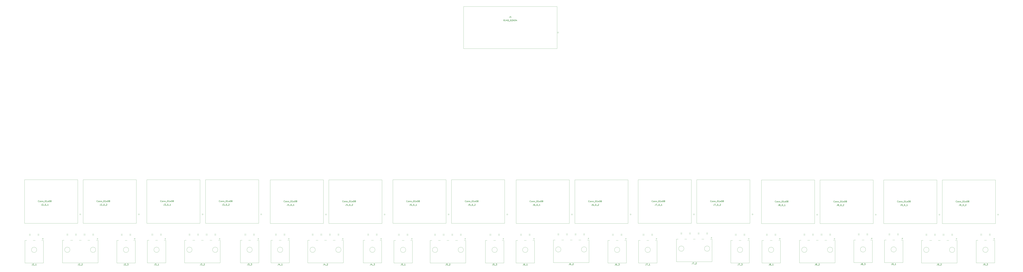
<source format=gbr>
G04 #@! TF.GenerationSoftware,KiCad,Pcbnew,(5.99.0-9973-gfb99c55869)*
G04 #@! TF.CreationDate,2021-09-10T21:28:04-07:00*
G04 #@! TF.ProjectId,2E1,3245312e-6b69-4636-9164-5f7063625858,rev?*
G04 #@! TF.SameCoordinates,Original*
G04 #@! TF.FileFunction,Legend,Top*
G04 #@! TF.FilePolarity,Positive*
%FSLAX46Y46*%
G04 Gerber Fmt 4.6, Leading zero omitted, Abs format (unit mm)*
G04 Created by KiCad (PCBNEW (5.99.0-9973-gfb99c55869)) date 2021-09-10 21:28:04*
%MOMM*%
%LPD*%
G01*
G04 APERTURE LIST*
%ADD10C,0.150000*%
%ADD11C,0.120000*%
G04 APERTURE END LIST*
D10*
G04 #@! TO.C,J5_1*
X358473523Y-323681380D02*
X358473523Y-324395666D01*
X358425904Y-324538523D01*
X358330666Y-324633761D01*
X358187809Y-324681380D01*
X358092571Y-324681380D01*
X359425904Y-323681380D02*
X358949714Y-323681380D01*
X358902095Y-324157571D01*
X358949714Y-324109952D01*
X359044952Y-324062333D01*
X359283047Y-324062333D01*
X359378285Y-324109952D01*
X359425904Y-324157571D01*
X359473523Y-324252809D01*
X359473523Y-324490904D01*
X359425904Y-324586142D01*
X359378285Y-324633761D01*
X359283047Y-324681380D01*
X359044952Y-324681380D01*
X358949714Y-324633761D01*
X358902095Y-324586142D01*
X359664000Y-324776619D02*
X360425904Y-324776619D01*
X361187809Y-324681380D02*
X360616380Y-324681380D01*
X360902095Y-324681380D02*
X360902095Y-323681380D01*
X360806857Y-323824238D01*
X360711619Y-323919476D01*
X360616380Y-323967095D01*
G04 #@! TO.C,J2_3*
X174633523Y-323681380D02*
X174633523Y-324395666D01*
X174585904Y-324538523D01*
X174490666Y-324633761D01*
X174347809Y-324681380D01*
X174252571Y-324681380D01*
X175062095Y-323776619D02*
X175109714Y-323729000D01*
X175204952Y-323681380D01*
X175443047Y-323681380D01*
X175538285Y-323729000D01*
X175585904Y-323776619D01*
X175633523Y-323871857D01*
X175633523Y-323967095D01*
X175585904Y-324109952D01*
X175014476Y-324681380D01*
X175633523Y-324681380D01*
X175824000Y-324776619D02*
X176585904Y-324776619D01*
X176728761Y-323681380D02*
X177347809Y-323681380D01*
X177014476Y-324062333D01*
X177157333Y-324062333D01*
X177252571Y-324109952D01*
X177300190Y-324157571D01*
X177347809Y-324252809D01*
X177347809Y-324490904D01*
X177300190Y-324586142D01*
X177252571Y-324633761D01*
X177157333Y-324681380D01*
X176871619Y-324681380D01*
X176776380Y-324633761D01*
X176728761Y-324586142D01*
G04 #@! TO.C,J9_1*
X683903523Y-323427380D02*
X683903523Y-324141666D01*
X683855904Y-324284523D01*
X683760666Y-324379761D01*
X683617809Y-324427380D01*
X683522571Y-324427380D01*
X684427333Y-324427380D02*
X684617809Y-324427380D01*
X684713047Y-324379761D01*
X684760666Y-324332142D01*
X684855904Y-324189285D01*
X684903523Y-323998809D01*
X684903523Y-323617857D01*
X684855904Y-323522619D01*
X684808285Y-323475000D01*
X684713047Y-323427380D01*
X684522571Y-323427380D01*
X684427333Y-323475000D01*
X684379714Y-323522619D01*
X684332095Y-323617857D01*
X684332095Y-323855952D01*
X684379714Y-323951190D01*
X684427333Y-323998809D01*
X684522571Y-324046428D01*
X684713047Y-324046428D01*
X684808285Y-323998809D01*
X684855904Y-323951190D01*
X684903523Y-323855952D01*
X685094000Y-324522619D02*
X685855904Y-324522619D01*
X686617809Y-324427380D02*
X686046380Y-324427380D01*
X686332095Y-324427380D02*
X686332095Y-323427380D01*
X686236857Y-323570238D01*
X686141619Y-323665476D01*
X686046380Y-323713095D01*
G04 #@! TO.C,J6_0_1*
X446143254Y-284052268D02*
X446143254Y-284766554D01*
X446095635Y-284909411D01*
X446000397Y-285004649D01*
X445857540Y-285052268D01*
X445762302Y-285052268D01*
X447048016Y-284052268D02*
X446857540Y-284052268D01*
X446762302Y-284099888D01*
X446714683Y-284147507D01*
X446619445Y-284290364D01*
X446571826Y-284480840D01*
X446571826Y-284861792D01*
X446619445Y-284957030D01*
X446667064Y-285004649D01*
X446762302Y-285052268D01*
X446952778Y-285052268D01*
X447048016Y-285004649D01*
X447095635Y-284957030D01*
X447143254Y-284861792D01*
X447143254Y-284623697D01*
X447095635Y-284528459D01*
X447048016Y-284480840D01*
X446952778Y-284433221D01*
X446762302Y-284433221D01*
X446667064Y-284480840D01*
X446619445Y-284528459D01*
X446571826Y-284623697D01*
X447333731Y-285147507D02*
X448095635Y-285147507D01*
X448524207Y-284052268D02*
X448619445Y-284052268D01*
X448714683Y-284099888D01*
X448762302Y-284147507D01*
X448809921Y-284242745D01*
X448857540Y-284433221D01*
X448857540Y-284671316D01*
X448809921Y-284861792D01*
X448762302Y-284957030D01*
X448714683Y-285004649D01*
X448619445Y-285052268D01*
X448524207Y-285052268D01*
X448428969Y-285004649D01*
X448381350Y-284957030D01*
X448333731Y-284861792D01*
X448286112Y-284671316D01*
X448286112Y-284433221D01*
X448333731Y-284242745D01*
X448381350Y-284147507D01*
X448428969Y-284099888D01*
X448524207Y-284052268D01*
X449048016Y-285147507D02*
X449809921Y-285147507D01*
X450571826Y-285052268D02*
X450000397Y-285052268D01*
X450286112Y-285052268D02*
X450286112Y-284052268D01*
X450190874Y-284195126D01*
X450095635Y-284290364D01*
X450000397Y-284337983D01*
X444362778Y-282607030D02*
X444315159Y-282654649D01*
X444172302Y-282702268D01*
X444077064Y-282702268D01*
X443934207Y-282654649D01*
X443838969Y-282559411D01*
X443791350Y-282464173D01*
X443743731Y-282273697D01*
X443743731Y-282130840D01*
X443791350Y-281940364D01*
X443838969Y-281845126D01*
X443934207Y-281749888D01*
X444077064Y-281702268D01*
X444172302Y-281702268D01*
X444315159Y-281749888D01*
X444362778Y-281797507D01*
X444934207Y-282702268D02*
X444838969Y-282654649D01*
X444791350Y-282607030D01*
X444743731Y-282511792D01*
X444743731Y-282226078D01*
X444791350Y-282130840D01*
X444838969Y-282083221D01*
X444934207Y-282035602D01*
X445077064Y-282035602D01*
X445172302Y-282083221D01*
X445219921Y-282130840D01*
X445267540Y-282226078D01*
X445267540Y-282511792D01*
X445219921Y-282607030D01*
X445172302Y-282654649D01*
X445077064Y-282702268D01*
X444934207Y-282702268D01*
X445696112Y-282035602D02*
X445696112Y-282702268D01*
X445696112Y-282130840D02*
X445743731Y-282083221D01*
X445838969Y-282035602D01*
X445981826Y-282035602D01*
X446077064Y-282083221D01*
X446124683Y-282178459D01*
X446124683Y-282702268D01*
X446600874Y-282035602D02*
X446600874Y-282702268D01*
X446600874Y-282130840D02*
X446648493Y-282083221D01*
X446743731Y-282035602D01*
X446886588Y-282035602D01*
X446981826Y-282083221D01*
X447029445Y-282178459D01*
X447029445Y-282702268D01*
X447267540Y-282797507D02*
X448029445Y-282797507D01*
X448458016Y-281702268D02*
X448553254Y-281702268D01*
X448648493Y-281749888D01*
X448696112Y-281797507D01*
X448743731Y-281892745D01*
X448791350Y-282083221D01*
X448791350Y-282321316D01*
X448743731Y-282511792D01*
X448696112Y-282607030D01*
X448648493Y-282654649D01*
X448553254Y-282702268D01*
X448458016Y-282702268D01*
X448362778Y-282654649D01*
X448315159Y-282607030D01*
X448267540Y-282511792D01*
X448219921Y-282321316D01*
X448219921Y-282083221D01*
X448267540Y-281892745D01*
X448315159Y-281797507D01*
X448362778Y-281749888D01*
X448458016Y-281702268D01*
X449743731Y-282702268D02*
X449172302Y-282702268D01*
X449458016Y-282702268D02*
X449458016Y-281702268D01*
X449362778Y-281845126D01*
X449267540Y-281940364D01*
X449172302Y-281987983D01*
X450077064Y-282702268D02*
X450600874Y-282035602D01*
X450077064Y-282035602D02*
X450600874Y-282702268D01*
X451172302Y-281702268D02*
X451267540Y-281702268D01*
X451362778Y-281749888D01*
X451410397Y-281797507D01*
X451458016Y-281892745D01*
X451505635Y-282083221D01*
X451505635Y-282321316D01*
X451458016Y-282511792D01*
X451410397Y-282607030D01*
X451362778Y-282654649D01*
X451267540Y-282702268D01*
X451172302Y-282702268D01*
X451077064Y-282654649D01*
X451029445Y-282607030D01*
X450981826Y-282511792D01*
X450934207Y-282321316D01*
X450934207Y-282083221D01*
X450981826Y-281892745D01*
X451029445Y-281797507D01*
X451077064Y-281749888D01*
X451172302Y-281702268D01*
X452077064Y-282130840D02*
X451981826Y-282083221D01*
X451934207Y-282035602D01*
X451886588Y-281940364D01*
X451886588Y-281892745D01*
X451934207Y-281797507D01*
X451981826Y-281749888D01*
X452077064Y-281702268D01*
X452267540Y-281702268D01*
X452362778Y-281749888D01*
X452410397Y-281797507D01*
X452458016Y-281892745D01*
X452458016Y-281940364D01*
X452410397Y-282035602D01*
X452362778Y-282083221D01*
X452267540Y-282130840D01*
X452077064Y-282130840D01*
X451981826Y-282178459D01*
X451934207Y-282226078D01*
X451886588Y-282321316D01*
X451886588Y-282511792D01*
X451934207Y-282607030D01*
X451981826Y-282654649D01*
X452077064Y-282702268D01*
X452267540Y-282702268D01*
X452362778Y-282654649D01*
X452410397Y-282607030D01*
X452458016Y-282511792D01*
X452458016Y-282321316D01*
X452410397Y-282226078D01*
X452362778Y-282178459D01*
X452267540Y-282130840D01*
G04 #@! TO.C,J8_0_1*
X608813236Y-284192222D02*
X608813236Y-284906508D01*
X608765617Y-285049365D01*
X608670379Y-285144603D01*
X608527522Y-285192222D01*
X608432284Y-285192222D01*
X609432284Y-284620794D02*
X609337046Y-284573175D01*
X609289427Y-284525556D01*
X609241808Y-284430318D01*
X609241808Y-284382699D01*
X609289427Y-284287461D01*
X609337046Y-284239842D01*
X609432284Y-284192222D01*
X609622760Y-284192222D01*
X609717998Y-284239842D01*
X609765617Y-284287461D01*
X609813236Y-284382699D01*
X609813236Y-284430318D01*
X609765617Y-284525556D01*
X609717998Y-284573175D01*
X609622760Y-284620794D01*
X609432284Y-284620794D01*
X609337046Y-284668413D01*
X609289427Y-284716032D01*
X609241808Y-284811270D01*
X609241808Y-285001746D01*
X609289427Y-285096984D01*
X609337046Y-285144603D01*
X609432284Y-285192222D01*
X609622760Y-285192222D01*
X609717998Y-285144603D01*
X609765617Y-285096984D01*
X609813236Y-285001746D01*
X609813236Y-284811270D01*
X609765617Y-284716032D01*
X609717998Y-284668413D01*
X609622760Y-284620794D01*
X610003713Y-285287461D02*
X610765617Y-285287461D01*
X611194189Y-284192222D02*
X611289427Y-284192222D01*
X611384665Y-284239842D01*
X611432284Y-284287461D01*
X611479903Y-284382699D01*
X611527522Y-284573175D01*
X611527522Y-284811270D01*
X611479903Y-285001746D01*
X611432284Y-285096984D01*
X611384665Y-285144603D01*
X611289427Y-285192222D01*
X611194189Y-285192222D01*
X611098951Y-285144603D01*
X611051332Y-285096984D01*
X611003713Y-285001746D01*
X610956094Y-284811270D01*
X610956094Y-284573175D01*
X611003713Y-284382699D01*
X611051332Y-284287461D01*
X611098951Y-284239842D01*
X611194189Y-284192222D01*
X611717998Y-285287461D02*
X612479903Y-285287461D01*
X613241808Y-285192222D02*
X612670379Y-285192222D01*
X612956094Y-285192222D02*
X612956094Y-284192222D01*
X612860856Y-284335080D01*
X612765617Y-284430318D01*
X612670379Y-284477937D01*
X607032760Y-282746984D02*
X606985141Y-282794603D01*
X606842284Y-282842222D01*
X606747046Y-282842222D01*
X606604189Y-282794603D01*
X606508951Y-282699365D01*
X606461332Y-282604127D01*
X606413713Y-282413651D01*
X606413713Y-282270794D01*
X606461332Y-282080318D01*
X606508951Y-281985080D01*
X606604189Y-281889842D01*
X606747046Y-281842222D01*
X606842284Y-281842222D01*
X606985141Y-281889842D01*
X607032760Y-281937461D01*
X607604189Y-282842222D02*
X607508951Y-282794603D01*
X607461332Y-282746984D01*
X607413713Y-282651746D01*
X607413713Y-282366032D01*
X607461332Y-282270794D01*
X607508951Y-282223175D01*
X607604189Y-282175556D01*
X607747046Y-282175556D01*
X607842284Y-282223175D01*
X607889903Y-282270794D01*
X607937522Y-282366032D01*
X607937522Y-282651746D01*
X607889903Y-282746984D01*
X607842284Y-282794603D01*
X607747046Y-282842222D01*
X607604189Y-282842222D01*
X608366094Y-282175556D02*
X608366094Y-282842222D01*
X608366094Y-282270794D02*
X608413713Y-282223175D01*
X608508951Y-282175556D01*
X608651808Y-282175556D01*
X608747046Y-282223175D01*
X608794665Y-282318413D01*
X608794665Y-282842222D01*
X609270856Y-282175556D02*
X609270856Y-282842222D01*
X609270856Y-282270794D02*
X609318475Y-282223175D01*
X609413713Y-282175556D01*
X609556570Y-282175556D01*
X609651808Y-282223175D01*
X609699427Y-282318413D01*
X609699427Y-282842222D01*
X609937522Y-282937461D02*
X610699427Y-282937461D01*
X611127998Y-281842222D02*
X611223236Y-281842222D01*
X611318475Y-281889842D01*
X611366094Y-281937461D01*
X611413713Y-282032699D01*
X611461332Y-282223175D01*
X611461332Y-282461270D01*
X611413713Y-282651746D01*
X611366094Y-282746984D01*
X611318475Y-282794603D01*
X611223236Y-282842222D01*
X611127998Y-282842222D01*
X611032760Y-282794603D01*
X610985141Y-282746984D01*
X610937522Y-282651746D01*
X610889903Y-282461270D01*
X610889903Y-282223175D01*
X610937522Y-282032699D01*
X610985141Y-281937461D01*
X611032760Y-281889842D01*
X611127998Y-281842222D01*
X612413713Y-282842222D02*
X611842284Y-282842222D01*
X612127998Y-282842222D02*
X612127998Y-281842222D01*
X612032760Y-281985080D01*
X611937522Y-282080318D01*
X611842284Y-282127937D01*
X612747046Y-282842222D02*
X613270856Y-282175556D01*
X612747046Y-282175556D02*
X613270856Y-282842222D01*
X613842284Y-281842222D02*
X613937522Y-281842222D01*
X614032760Y-281889842D01*
X614080379Y-281937461D01*
X614127998Y-282032699D01*
X614175617Y-282223175D01*
X614175617Y-282461270D01*
X614127998Y-282651746D01*
X614080379Y-282746984D01*
X614032760Y-282794603D01*
X613937522Y-282842222D01*
X613842284Y-282842222D01*
X613747046Y-282794603D01*
X613699427Y-282746984D01*
X613651808Y-282651746D01*
X613604189Y-282461270D01*
X613604189Y-282223175D01*
X613651808Y-282032699D01*
X613699427Y-281937461D01*
X613747046Y-281889842D01*
X613842284Y-281842222D01*
X614747046Y-282270794D02*
X614651808Y-282223175D01*
X614604189Y-282175556D01*
X614556570Y-282080318D01*
X614556570Y-282032699D01*
X614604189Y-281937461D01*
X614651808Y-281889842D01*
X614747046Y-281842222D01*
X614937522Y-281842222D01*
X615032760Y-281889842D01*
X615080379Y-281937461D01*
X615127998Y-282032699D01*
X615127998Y-282080318D01*
X615080379Y-282175556D01*
X615032760Y-282223175D01*
X614937522Y-282270794D01*
X614747046Y-282270794D01*
X614651808Y-282318413D01*
X614604189Y-282366032D01*
X614556570Y-282461270D01*
X614556570Y-282651746D01*
X614604189Y-282746984D01*
X614651808Y-282794603D01*
X614747046Y-282842222D01*
X614937522Y-282842222D01*
X615032760Y-282794603D01*
X615080379Y-282746984D01*
X615127998Y-282651746D01*
X615127998Y-282461270D01*
X615080379Y-282366032D01*
X615032760Y-282318413D01*
X614937522Y-282270794D01*
G04 #@! TO.C,J3_3*
X256619523Y-323638380D02*
X256619523Y-324352666D01*
X256571904Y-324495523D01*
X256476666Y-324590761D01*
X256333809Y-324638380D01*
X256238571Y-324638380D01*
X257000476Y-323638380D02*
X257619523Y-323638380D01*
X257286190Y-324019333D01*
X257429047Y-324019333D01*
X257524285Y-324066952D01*
X257571904Y-324114571D01*
X257619523Y-324209809D01*
X257619523Y-324447904D01*
X257571904Y-324543142D01*
X257524285Y-324590761D01*
X257429047Y-324638380D01*
X257143333Y-324638380D01*
X257048095Y-324590761D01*
X257000476Y-324543142D01*
X257810000Y-324733619D02*
X258571904Y-324733619D01*
X258714761Y-323638380D02*
X259333809Y-323638380D01*
X259000476Y-324019333D01*
X259143333Y-324019333D01*
X259238571Y-324066952D01*
X259286190Y-324114571D01*
X259333809Y-324209809D01*
X259333809Y-324447904D01*
X259286190Y-324543142D01*
X259238571Y-324590761D01*
X259143333Y-324638380D01*
X258857619Y-324638380D01*
X258762380Y-324590761D01*
X258714761Y-324543142D01*
G04 #@! TO.C,J7_0_2*
X565942354Y-284012390D02*
X565942354Y-284726676D01*
X565894735Y-284869533D01*
X565799497Y-284964771D01*
X565656640Y-285012390D01*
X565561402Y-285012390D01*
X566323307Y-284012390D02*
X566989974Y-284012390D01*
X566561402Y-285012390D01*
X567132831Y-285107629D02*
X567894735Y-285107629D01*
X568323307Y-284012390D02*
X568418545Y-284012390D01*
X568513783Y-284060010D01*
X568561402Y-284107629D01*
X568609021Y-284202867D01*
X568656640Y-284393343D01*
X568656640Y-284631438D01*
X568609021Y-284821914D01*
X568561402Y-284917152D01*
X568513783Y-284964771D01*
X568418545Y-285012390D01*
X568323307Y-285012390D01*
X568228069Y-284964771D01*
X568180450Y-284917152D01*
X568132831Y-284821914D01*
X568085212Y-284631438D01*
X568085212Y-284393343D01*
X568132831Y-284202867D01*
X568180450Y-284107629D01*
X568228069Y-284060010D01*
X568323307Y-284012390D01*
X568847116Y-285107629D02*
X569609021Y-285107629D01*
X569799497Y-284107629D02*
X569847116Y-284060010D01*
X569942354Y-284012390D01*
X570180450Y-284012390D01*
X570275688Y-284060010D01*
X570323307Y-284107629D01*
X570370926Y-284202867D01*
X570370926Y-284298105D01*
X570323307Y-284440962D01*
X569751878Y-285012390D01*
X570370926Y-285012390D01*
X564161878Y-282567152D02*
X564114259Y-282614771D01*
X563971402Y-282662390D01*
X563876164Y-282662390D01*
X563733307Y-282614771D01*
X563638069Y-282519533D01*
X563590450Y-282424295D01*
X563542831Y-282233819D01*
X563542831Y-282090962D01*
X563590450Y-281900486D01*
X563638069Y-281805248D01*
X563733307Y-281710010D01*
X563876164Y-281662390D01*
X563971402Y-281662390D01*
X564114259Y-281710010D01*
X564161878Y-281757629D01*
X564733307Y-282662390D02*
X564638069Y-282614771D01*
X564590450Y-282567152D01*
X564542831Y-282471914D01*
X564542831Y-282186200D01*
X564590450Y-282090962D01*
X564638069Y-282043343D01*
X564733307Y-281995724D01*
X564876164Y-281995724D01*
X564971402Y-282043343D01*
X565019021Y-282090962D01*
X565066640Y-282186200D01*
X565066640Y-282471914D01*
X565019021Y-282567152D01*
X564971402Y-282614771D01*
X564876164Y-282662390D01*
X564733307Y-282662390D01*
X565495212Y-281995724D02*
X565495212Y-282662390D01*
X565495212Y-282090962D02*
X565542831Y-282043343D01*
X565638069Y-281995724D01*
X565780926Y-281995724D01*
X565876164Y-282043343D01*
X565923783Y-282138581D01*
X565923783Y-282662390D01*
X566399974Y-281995724D02*
X566399974Y-282662390D01*
X566399974Y-282090962D02*
X566447593Y-282043343D01*
X566542831Y-281995724D01*
X566685688Y-281995724D01*
X566780926Y-282043343D01*
X566828545Y-282138581D01*
X566828545Y-282662390D01*
X567066640Y-282757629D02*
X567828545Y-282757629D01*
X568257116Y-281662390D02*
X568352354Y-281662390D01*
X568447593Y-281710010D01*
X568495212Y-281757629D01*
X568542831Y-281852867D01*
X568590450Y-282043343D01*
X568590450Y-282281438D01*
X568542831Y-282471914D01*
X568495212Y-282567152D01*
X568447593Y-282614771D01*
X568352354Y-282662390D01*
X568257116Y-282662390D01*
X568161878Y-282614771D01*
X568114259Y-282567152D01*
X568066640Y-282471914D01*
X568019021Y-282281438D01*
X568019021Y-282043343D01*
X568066640Y-281852867D01*
X568114259Y-281757629D01*
X568161878Y-281710010D01*
X568257116Y-281662390D01*
X569542831Y-282662390D02*
X568971402Y-282662390D01*
X569257116Y-282662390D02*
X569257116Y-281662390D01*
X569161878Y-281805248D01*
X569066640Y-281900486D01*
X568971402Y-281948105D01*
X569876164Y-282662390D02*
X570399974Y-281995724D01*
X569876164Y-281995724D02*
X570399974Y-282662390D01*
X570971402Y-281662390D02*
X571066640Y-281662390D01*
X571161878Y-281710010D01*
X571209497Y-281757629D01*
X571257116Y-281852867D01*
X571304735Y-282043343D01*
X571304735Y-282281438D01*
X571257116Y-282471914D01*
X571209497Y-282567152D01*
X571161878Y-282614771D01*
X571066640Y-282662390D01*
X570971402Y-282662390D01*
X570876164Y-282614771D01*
X570828545Y-282567152D01*
X570780926Y-282471914D01*
X570733307Y-282281438D01*
X570733307Y-282043343D01*
X570780926Y-281852867D01*
X570828545Y-281757629D01*
X570876164Y-281710010D01*
X570971402Y-281662390D01*
X571876164Y-282090962D02*
X571780926Y-282043343D01*
X571733307Y-281995724D01*
X571685688Y-281900486D01*
X571685688Y-281852867D01*
X571733307Y-281757629D01*
X571780926Y-281710010D01*
X571876164Y-281662390D01*
X572066640Y-281662390D01*
X572161878Y-281710010D01*
X572209497Y-281757629D01*
X572257116Y-281852867D01*
X572257116Y-281900486D01*
X572209497Y-281995724D01*
X572161878Y-282043343D01*
X572066640Y-282090962D01*
X571876164Y-282090962D01*
X571780926Y-282138581D01*
X571733307Y-282186200D01*
X571685688Y-282281438D01*
X571685688Y-282471914D01*
X571733307Y-282567152D01*
X571780926Y-282614771D01*
X571876164Y-282662390D01*
X572066640Y-282662390D01*
X572161878Y-282614771D01*
X572209497Y-282567152D01*
X572257116Y-282471914D01*
X572257116Y-282281438D01*
X572209497Y-282186200D01*
X572161878Y-282138581D01*
X572066640Y-282090962D01*
G04 #@! TO.C,J3_1*
X194897523Y-323638380D02*
X194897523Y-324352666D01*
X194849904Y-324495523D01*
X194754666Y-324590761D01*
X194611809Y-324638380D01*
X194516571Y-324638380D01*
X195278476Y-323638380D02*
X195897523Y-323638380D01*
X195564190Y-324019333D01*
X195707047Y-324019333D01*
X195802285Y-324066952D01*
X195849904Y-324114571D01*
X195897523Y-324209809D01*
X195897523Y-324447904D01*
X195849904Y-324543142D01*
X195802285Y-324590761D01*
X195707047Y-324638380D01*
X195421333Y-324638380D01*
X195326095Y-324590761D01*
X195278476Y-324543142D01*
X196088000Y-324733619D02*
X196849904Y-324733619D01*
X197611809Y-324638380D02*
X197040380Y-324638380D01*
X197326095Y-324638380D02*
X197326095Y-323638380D01*
X197230857Y-323781238D01*
X197135619Y-323876476D01*
X197040380Y-323924095D01*
G04 #@! TO.C,J4_3*
X338097523Y-323638380D02*
X338097523Y-324352666D01*
X338049904Y-324495523D01*
X337954666Y-324590761D01*
X337811809Y-324638380D01*
X337716571Y-324638380D01*
X339002285Y-323971714D02*
X339002285Y-324638380D01*
X338764190Y-323590761D02*
X338526095Y-324305047D01*
X339145142Y-324305047D01*
X339288000Y-324733619D02*
X340049904Y-324733619D01*
X340192761Y-323638380D02*
X340811809Y-323638380D01*
X340478476Y-324019333D01*
X340621333Y-324019333D01*
X340716571Y-324066952D01*
X340764190Y-324114571D01*
X340811809Y-324209809D01*
X340811809Y-324447904D01*
X340764190Y-324543142D01*
X340716571Y-324590761D01*
X340621333Y-324638380D01*
X340335619Y-324638380D01*
X340240380Y-324590761D01*
X340192761Y-324543142D01*
G04 #@! TO.C,J9_3*
X744807523Y-323638380D02*
X744807523Y-324352666D01*
X744759904Y-324495523D01*
X744664666Y-324590761D01*
X744521809Y-324638380D01*
X744426571Y-324638380D01*
X745331333Y-324638380D02*
X745521809Y-324638380D01*
X745617047Y-324590761D01*
X745664666Y-324543142D01*
X745759904Y-324400285D01*
X745807523Y-324209809D01*
X745807523Y-323828857D01*
X745759904Y-323733619D01*
X745712285Y-323686000D01*
X745617047Y-323638380D01*
X745426571Y-323638380D01*
X745331333Y-323686000D01*
X745283714Y-323733619D01*
X745236095Y-323828857D01*
X745236095Y-324066952D01*
X745283714Y-324162190D01*
X745331333Y-324209809D01*
X745426571Y-324257428D01*
X745617047Y-324257428D01*
X745712285Y-324209809D01*
X745759904Y-324162190D01*
X745807523Y-324066952D01*
X745998000Y-324733619D02*
X746759904Y-324733619D01*
X746902761Y-323638380D02*
X747521809Y-323638380D01*
X747188476Y-324019333D01*
X747331333Y-324019333D01*
X747426571Y-324066952D01*
X747474190Y-324114571D01*
X747521809Y-324209809D01*
X747521809Y-324447904D01*
X747474190Y-324543142D01*
X747426571Y-324590761D01*
X747331333Y-324638380D01*
X747045619Y-324638380D01*
X746950380Y-324590761D01*
X746902761Y-324543142D01*
G04 #@! TO.C,J8_0_2*
X647703176Y-284192222D02*
X647703176Y-284906508D01*
X647655557Y-285049365D01*
X647560319Y-285144603D01*
X647417462Y-285192222D01*
X647322224Y-285192222D01*
X648322224Y-284620794D02*
X648226986Y-284573175D01*
X648179367Y-284525556D01*
X648131748Y-284430318D01*
X648131748Y-284382699D01*
X648179367Y-284287461D01*
X648226986Y-284239842D01*
X648322224Y-284192222D01*
X648512700Y-284192222D01*
X648607938Y-284239842D01*
X648655557Y-284287461D01*
X648703176Y-284382699D01*
X648703176Y-284430318D01*
X648655557Y-284525556D01*
X648607938Y-284573175D01*
X648512700Y-284620794D01*
X648322224Y-284620794D01*
X648226986Y-284668413D01*
X648179367Y-284716032D01*
X648131748Y-284811270D01*
X648131748Y-285001746D01*
X648179367Y-285096984D01*
X648226986Y-285144603D01*
X648322224Y-285192222D01*
X648512700Y-285192222D01*
X648607938Y-285144603D01*
X648655557Y-285096984D01*
X648703176Y-285001746D01*
X648703176Y-284811270D01*
X648655557Y-284716032D01*
X648607938Y-284668413D01*
X648512700Y-284620794D01*
X648893653Y-285287461D02*
X649655557Y-285287461D01*
X650084129Y-284192222D02*
X650179367Y-284192222D01*
X650274605Y-284239842D01*
X650322224Y-284287461D01*
X650369843Y-284382699D01*
X650417462Y-284573175D01*
X650417462Y-284811270D01*
X650369843Y-285001746D01*
X650322224Y-285096984D01*
X650274605Y-285144603D01*
X650179367Y-285192222D01*
X650084129Y-285192222D01*
X649988891Y-285144603D01*
X649941272Y-285096984D01*
X649893653Y-285001746D01*
X649846034Y-284811270D01*
X649846034Y-284573175D01*
X649893653Y-284382699D01*
X649941272Y-284287461D01*
X649988891Y-284239842D01*
X650084129Y-284192222D01*
X650607938Y-285287461D02*
X651369843Y-285287461D01*
X651560319Y-284287461D02*
X651607938Y-284239842D01*
X651703176Y-284192222D01*
X651941272Y-284192222D01*
X652036510Y-284239842D01*
X652084129Y-284287461D01*
X652131748Y-284382699D01*
X652131748Y-284477937D01*
X652084129Y-284620794D01*
X651512700Y-285192222D01*
X652131748Y-285192222D01*
X645922700Y-282746984D02*
X645875081Y-282794603D01*
X645732224Y-282842222D01*
X645636986Y-282842222D01*
X645494129Y-282794603D01*
X645398891Y-282699365D01*
X645351272Y-282604127D01*
X645303653Y-282413651D01*
X645303653Y-282270794D01*
X645351272Y-282080318D01*
X645398891Y-281985080D01*
X645494129Y-281889842D01*
X645636986Y-281842222D01*
X645732224Y-281842222D01*
X645875081Y-281889842D01*
X645922700Y-281937461D01*
X646494129Y-282842222D02*
X646398891Y-282794603D01*
X646351272Y-282746984D01*
X646303653Y-282651746D01*
X646303653Y-282366032D01*
X646351272Y-282270794D01*
X646398891Y-282223175D01*
X646494129Y-282175556D01*
X646636986Y-282175556D01*
X646732224Y-282223175D01*
X646779843Y-282270794D01*
X646827462Y-282366032D01*
X646827462Y-282651746D01*
X646779843Y-282746984D01*
X646732224Y-282794603D01*
X646636986Y-282842222D01*
X646494129Y-282842222D01*
X647256034Y-282175556D02*
X647256034Y-282842222D01*
X647256034Y-282270794D02*
X647303653Y-282223175D01*
X647398891Y-282175556D01*
X647541748Y-282175556D01*
X647636986Y-282223175D01*
X647684605Y-282318413D01*
X647684605Y-282842222D01*
X648160796Y-282175556D02*
X648160796Y-282842222D01*
X648160796Y-282270794D02*
X648208415Y-282223175D01*
X648303653Y-282175556D01*
X648446510Y-282175556D01*
X648541748Y-282223175D01*
X648589367Y-282318413D01*
X648589367Y-282842222D01*
X648827462Y-282937461D02*
X649589367Y-282937461D01*
X650017938Y-281842222D02*
X650113176Y-281842222D01*
X650208415Y-281889842D01*
X650256034Y-281937461D01*
X650303653Y-282032699D01*
X650351272Y-282223175D01*
X650351272Y-282461270D01*
X650303653Y-282651746D01*
X650256034Y-282746984D01*
X650208415Y-282794603D01*
X650113176Y-282842222D01*
X650017938Y-282842222D01*
X649922700Y-282794603D01*
X649875081Y-282746984D01*
X649827462Y-282651746D01*
X649779843Y-282461270D01*
X649779843Y-282223175D01*
X649827462Y-282032699D01*
X649875081Y-281937461D01*
X649922700Y-281889842D01*
X650017938Y-281842222D01*
X651303653Y-282842222D02*
X650732224Y-282842222D01*
X651017938Y-282842222D02*
X651017938Y-281842222D01*
X650922700Y-281985080D01*
X650827462Y-282080318D01*
X650732224Y-282127937D01*
X651636986Y-282842222D02*
X652160796Y-282175556D01*
X651636986Y-282175556D02*
X652160796Y-282842222D01*
X652732224Y-281842222D02*
X652827462Y-281842222D01*
X652922700Y-281889842D01*
X652970319Y-281937461D01*
X653017938Y-282032699D01*
X653065557Y-282223175D01*
X653065557Y-282461270D01*
X653017938Y-282651746D01*
X652970319Y-282746984D01*
X652922700Y-282794603D01*
X652827462Y-282842222D01*
X652732224Y-282842222D01*
X652636986Y-282794603D01*
X652589367Y-282746984D01*
X652541748Y-282651746D01*
X652494129Y-282461270D01*
X652494129Y-282223175D01*
X652541748Y-282032699D01*
X652589367Y-281937461D01*
X652636986Y-281889842D01*
X652732224Y-281842222D01*
X653636986Y-282270794D02*
X653541748Y-282223175D01*
X653494129Y-282175556D01*
X653446510Y-282080318D01*
X653446510Y-282032699D01*
X653494129Y-281937461D01*
X653541748Y-281889842D01*
X653636986Y-281842222D01*
X653827462Y-281842222D01*
X653922700Y-281889842D01*
X653970319Y-281937461D01*
X654017938Y-282032699D01*
X654017938Y-282080318D01*
X653970319Y-282175556D01*
X653922700Y-282223175D01*
X653827462Y-282270794D01*
X653636986Y-282270794D01*
X653541748Y-282318413D01*
X653494129Y-282366032D01*
X653446510Y-282461270D01*
X653446510Y-282651746D01*
X653494129Y-282746984D01*
X653541748Y-282794603D01*
X653636986Y-282842222D01*
X653827462Y-282842222D01*
X653922700Y-282794603D01*
X653970319Y-282746984D01*
X654017938Y-282651746D01*
X654017938Y-282461270D01*
X653970319Y-282366032D01*
X653922700Y-282318413D01*
X653827462Y-282270794D01*
G04 #@! TO.C,J9_0_2*
X728813250Y-284162250D02*
X728813250Y-284876536D01*
X728765631Y-285019393D01*
X728670393Y-285114631D01*
X728527536Y-285162250D01*
X728432298Y-285162250D01*
X729337060Y-285162250D02*
X729527536Y-285162250D01*
X729622774Y-285114631D01*
X729670393Y-285067012D01*
X729765631Y-284924155D01*
X729813250Y-284733679D01*
X729813250Y-284352727D01*
X729765631Y-284257489D01*
X729718012Y-284209870D01*
X729622774Y-284162250D01*
X729432298Y-284162250D01*
X729337060Y-284209870D01*
X729289441Y-284257489D01*
X729241822Y-284352727D01*
X729241822Y-284590822D01*
X729289441Y-284686060D01*
X729337060Y-284733679D01*
X729432298Y-284781298D01*
X729622774Y-284781298D01*
X729718012Y-284733679D01*
X729765631Y-284686060D01*
X729813250Y-284590822D01*
X730003727Y-285257489D02*
X730765631Y-285257489D01*
X731194203Y-284162250D02*
X731289441Y-284162250D01*
X731384679Y-284209870D01*
X731432298Y-284257489D01*
X731479917Y-284352727D01*
X731527536Y-284543203D01*
X731527536Y-284781298D01*
X731479917Y-284971774D01*
X731432298Y-285067012D01*
X731384679Y-285114631D01*
X731289441Y-285162250D01*
X731194203Y-285162250D01*
X731098965Y-285114631D01*
X731051346Y-285067012D01*
X731003727Y-284971774D01*
X730956108Y-284781298D01*
X730956108Y-284543203D01*
X731003727Y-284352727D01*
X731051346Y-284257489D01*
X731098965Y-284209870D01*
X731194203Y-284162250D01*
X731718012Y-285257489D02*
X732479917Y-285257489D01*
X732670393Y-284257489D02*
X732718012Y-284209870D01*
X732813250Y-284162250D01*
X733051346Y-284162250D01*
X733146584Y-284209870D01*
X733194203Y-284257489D01*
X733241822Y-284352727D01*
X733241822Y-284447965D01*
X733194203Y-284590822D01*
X732622774Y-285162250D01*
X733241822Y-285162250D01*
X727032774Y-282717012D02*
X726985155Y-282764631D01*
X726842298Y-282812250D01*
X726747060Y-282812250D01*
X726604203Y-282764631D01*
X726508965Y-282669393D01*
X726461346Y-282574155D01*
X726413727Y-282383679D01*
X726413727Y-282240822D01*
X726461346Y-282050346D01*
X726508965Y-281955108D01*
X726604203Y-281859870D01*
X726747060Y-281812250D01*
X726842298Y-281812250D01*
X726985155Y-281859870D01*
X727032774Y-281907489D01*
X727604203Y-282812250D02*
X727508965Y-282764631D01*
X727461346Y-282717012D01*
X727413727Y-282621774D01*
X727413727Y-282336060D01*
X727461346Y-282240822D01*
X727508965Y-282193203D01*
X727604203Y-282145584D01*
X727747060Y-282145584D01*
X727842298Y-282193203D01*
X727889917Y-282240822D01*
X727937536Y-282336060D01*
X727937536Y-282621774D01*
X727889917Y-282717012D01*
X727842298Y-282764631D01*
X727747060Y-282812250D01*
X727604203Y-282812250D01*
X728366108Y-282145584D02*
X728366108Y-282812250D01*
X728366108Y-282240822D02*
X728413727Y-282193203D01*
X728508965Y-282145584D01*
X728651822Y-282145584D01*
X728747060Y-282193203D01*
X728794679Y-282288441D01*
X728794679Y-282812250D01*
X729270870Y-282145584D02*
X729270870Y-282812250D01*
X729270870Y-282240822D02*
X729318489Y-282193203D01*
X729413727Y-282145584D01*
X729556584Y-282145584D01*
X729651822Y-282193203D01*
X729699441Y-282288441D01*
X729699441Y-282812250D01*
X729937536Y-282907489D02*
X730699441Y-282907489D01*
X731128012Y-281812250D02*
X731223250Y-281812250D01*
X731318489Y-281859870D01*
X731366108Y-281907489D01*
X731413727Y-282002727D01*
X731461346Y-282193203D01*
X731461346Y-282431298D01*
X731413727Y-282621774D01*
X731366108Y-282717012D01*
X731318489Y-282764631D01*
X731223250Y-282812250D01*
X731128012Y-282812250D01*
X731032774Y-282764631D01*
X730985155Y-282717012D01*
X730937536Y-282621774D01*
X730889917Y-282431298D01*
X730889917Y-282193203D01*
X730937536Y-282002727D01*
X730985155Y-281907489D01*
X731032774Y-281859870D01*
X731128012Y-281812250D01*
X732413727Y-282812250D02*
X731842298Y-282812250D01*
X732128012Y-282812250D02*
X732128012Y-281812250D01*
X732032774Y-281955108D01*
X731937536Y-282050346D01*
X731842298Y-282097965D01*
X732747060Y-282812250D02*
X733270870Y-282145584D01*
X732747060Y-282145584D02*
X733270870Y-282812250D01*
X733842298Y-281812250D02*
X733937536Y-281812250D01*
X734032774Y-281859870D01*
X734080393Y-281907489D01*
X734128012Y-282002727D01*
X734175631Y-282193203D01*
X734175631Y-282431298D01*
X734128012Y-282621774D01*
X734080393Y-282717012D01*
X734032774Y-282764631D01*
X733937536Y-282812250D01*
X733842298Y-282812250D01*
X733747060Y-282764631D01*
X733699441Y-282717012D01*
X733651822Y-282621774D01*
X733604203Y-282431298D01*
X733604203Y-282193203D01*
X733651822Y-282002727D01*
X733699441Y-281907489D01*
X733747060Y-281859870D01*
X733842298Y-281812250D01*
X734747060Y-282240822D02*
X734651822Y-282193203D01*
X734604203Y-282145584D01*
X734556584Y-282050346D01*
X734556584Y-282002727D01*
X734604203Y-281907489D01*
X734651822Y-281859870D01*
X734747060Y-281812250D01*
X734937536Y-281812250D01*
X735032774Y-281859870D01*
X735080393Y-281907489D01*
X735128012Y-282002727D01*
X735128012Y-282050346D01*
X735080393Y-282145584D01*
X735032774Y-282193203D01*
X734937536Y-282240822D01*
X734747060Y-282240822D01*
X734651822Y-282288441D01*
X734604203Y-282336060D01*
X734556584Y-282431298D01*
X734556584Y-282621774D01*
X734604203Y-282717012D01*
X734651822Y-282764631D01*
X734747060Y-282812250D01*
X734937536Y-282812250D01*
X735032774Y-282764631D01*
X735080393Y-282717012D01*
X735128012Y-282621774D01*
X735128012Y-282431298D01*
X735080393Y-282336060D01*
X735032774Y-282288441D01*
X734937536Y-282240822D01*
G04 #@! TO.C,J2_1*
X113673523Y-323681380D02*
X113673523Y-324395666D01*
X113625904Y-324538523D01*
X113530666Y-324633761D01*
X113387809Y-324681380D01*
X113292571Y-324681380D01*
X114102095Y-323776619D02*
X114149714Y-323729000D01*
X114244952Y-323681380D01*
X114483047Y-323681380D01*
X114578285Y-323729000D01*
X114625904Y-323776619D01*
X114673523Y-323871857D01*
X114673523Y-323967095D01*
X114625904Y-324109952D01*
X114054476Y-324681380D01*
X114673523Y-324681380D01*
X114864000Y-324776619D02*
X115625904Y-324776619D01*
X116387809Y-324681380D02*
X115816380Y-324681380D01*
X116102095Y-324681380D02*
X116102095Y-323681380D01*
X116006857Y-323824238D01*
X115911619Y-323919476D01*
X115816380Y-323967095D01*
G04 #@! TO.C,J1*
X430446666Y-159282380D02*
X430446666Y-159996666D01*
X430399047Y-160139523D01*
X430303809Y-160234761D01*
X430160952Y-160282380D01*
X430065714Y-160282380D01*
X431446666Y-160282380D02*
X430875238Y-160282380D01*
X431160952Y-160282380D02*
X431160952Y-159282380D01*
X431065714Y-159425238D01*
X430970476Y-159520476D01*
X430875238Y-159568095D01*
X426964285Y-162562380D02*
X426630952Y-162086190D01*
X426392857Y-162562380D02*
X426392857Y-161562380D01*
X426773809Y-161562380D01*
X426869047Y-161610000D01*
X426916666Y-161657619D01*
X426964285Y-161752857D01*
X426964285Y-161895714D01*
X426916666Y-161990952D01*
X426869047Y-162038571D01*
X426773809Y-162086190D01*
X426392857Y-162086190D01*
X427678571Y-161562380D02*
X427678571Y-162276666D01*
X427630952Y-162419523D01*
X427535714Y-162514761D01*
X427392857Y-162562380D01*
X427297619Y-162562380D01*
X428583333Y-161895714D02*
X428583333Y-162562380D01*
X428345238Y-161514761D02*
X428107142Y-162229047D01*
X428726190Y-162229047D01*
X429583333Y-161562380D02*
X429107142Y-161562380D01*
X429059523Y-162038571D01*
X429107142Y-161990952D01*
X429202380Y-161943333D01*
X429440476Y-161943333D01*
X429535714Y-161990952D01*
X429583333Y-162038571D01*
X429630952Y-162133809D01*
X429630952Y-162371904D01*
X429583333Y-162467142D01*
X429535714Y-162514761D01*
X429440476Y-162562380D01*
X429202380Y-162562380D01*
X429107142Y-162514761D01*
X429059523Y-162467142D01*
X429821428Y-162657619D02*
X430583333Y-162657619D01*
X431011904Y-161562380D02*
X431107142Y-161562380D01*
X431202380Y-161610000D01*
X431250000Y-161657619D01*
X431297619Y-161752857D01*
X431345238Y-161943333D01*
X431345238Y-162181428D01*
X431297619Y-162371904D01*
X431250000Y-162467142D01*
X431202380Y-162514761D01*
X431107142Y-162562380D01*
X431011904Y-162562380D01*
X430916666Y-162514761D01*
X430869047Y-162467142D01*
X430821428Y-162371904D01*
X430773809Y-162181428D01*
X430773809Y-161943333D01*
X430821428Y-161752857D01*
X430869047Y-161657619D01*
X430916666Y-161610000D01*
X431011904Y-161562380D01*
X431726190Y-161657619D02*
X431773809Y-161610000D01*
X431869047Y-161562380D01*
X432107142Y-161562380D01*
X432202380Y-161610000D01*
X432250000Y-161657619D01*
X432297619Y-161752857D01*
X432297619Y-161848095D01*
X432250000Y-161990952D01*
X431678571Y-162562380D01*
X432297619Y-162562380D01*
X432630952Y-161562380D02*
X433297619Y-162562380D01*
X433297619Y-161562380D02*
X432630952Y-162562380D01*
X433869047Y-161562380D02*
X433964285Y-161562380D01*
X434059523Y-161610000D01*
X434107142Y-161657619D01*
X434154761Y-161752857D01*
X434202380Y-161943333D01*
X434202380Y-162181428D01*
X434154761Y-162371904D01*
X434107142Y-162467142D01*
X434059523Y-162514761D01*
X433964285Y-162562380D01*
X433869047Y-162562380D01*
X433773809Y-162514761D01*
X433726190Y-162467142D01*
X433678571Y-162371904D01*
X433630952Y-162181428D01*
X433630952Y-161943333D01*
X433678571Y-161752857D01*
X433726190Y-161657619D01*
X433773809Y-161610000D01*
X433869047Y-161562380D01*
X435059523Y-161895714D02*
X435059523Y-162562380D01*
X434821428Y-161514761D02*
X434583333Y-162229047D01*
X435202380Y-162229047D01*
G04 #@! TO.C,J7_2*
X551599523Y-322876380D02*
X551599523Y-323590666D01*
X551551904Y-323733523D01*
X551456666Y-323828761D01*
X551313809Y-323876380D01*
X551218571Y-323876380D01*
X551980476Y-322876380D02*
X552647142Y-322876380D01*
X552218571Y-323876380D01*
X552790000Y-323971619D02*
X553551904Y-323971619D01*
X553742380Y-322971619D02*
X553790000Y-322924000D01*
X553885238Y-322876380D01*
X554123333Y-322876380D01*
X554218571Y-322924000D01*
X554266190Y-322971619D01*
X554313809Y-323066857D01*
X554313809Y-323162095D01*
X554266190Y-323304952D01*
X553694761Y-323876380D01*
X554313809Y-323876380D01*
G04 #@! TO.C,J5_3*
X419179523Y-323681380D02*
X419179523Y-324395666D01*
X419131904Y-324538523D01*
X419036666Y-324633761D01*
X418893809Y-324681380D01*
X418798571Y-324681380D01*
X420131904Y-323681380D02*
X419655714Y-323681380D01*
X419608095Y-324157571D01*
X419655714Y-324109952D01*
X419750952Y-324062333D01*
X419989047Y-324062333D01*
X420084285Y-324109952D01*
X420131904Y-324157571D01*
X420179523Y-324252809D01*
X420179523Y-324490904D01*
X420131904Y-324586142D01*
X420084285Y-324633761D01*
X419989047Y-324681380D01*
X419750952Y-324681380D01*
X419655714Y-324633761D01*
X419608095Y-324586142D01*
X420370000Y-324776619D02*
X421131904Y-324776619D01*
X421274761Y-323681380D02*
X421893809Y-323681380D01*
X421560476Y-324062333D01*
X421703333Y-324062333D01*
X421798571Y-324109952D01*
X421846190Y-324157571D01*
X421893809Y-324252809D01*
X421893809Y-324490904D01*
X421846190Y-324586142D01*
X421798571Y-324633761D01*
X421703333Y-324681380D01*
X421417619Y-324681380D01*
X421322380Y-324633761D01*
X421274761Y-324586142D01*
G04 #@! TO.C,J5_0_1*
X364302422Y-284032456D02*
X364302422Y-284746742D01*
X364254803Y-284889599D01*
X364159565Y-284984837D01*
X364016708Y-285032456D01*
X363921470Y-285032456D01*
X365254803Y-284032456D02*
X364778613Y-284032456D01*
X364730994Y-284508647D01*
X364778613Y-284461028D01*
X364873851Y-284413409D01*
X365111946Y-284413409D01*
X365207184Y-284461028D01*
X365254803Y-284508647D01*
X365302422Y-284603885D01*
X365302422Y-284841980D01*
X365254803Y-284937218D01*
X365207184Y-284984837D01*
X365111946Y-285032456D01*
X364873851Y-285032456D01*
X364778613Y-284984837D01*
X364730994Y-284937218D01*
X365492899Y-285127695D02*
X366254803Y-285127695D01*
X366683375Y-284032456D02*
X366778613Y-284032456D01*
X366873851Y-284080076D01*
X366921470Y-284127695D01*
X366969089Y-284222933D01*
X367016708Y-284413409D01*
X367016708Y-284651504D01*
X366969089Y-284841980D01*
X366921470Y-284937218D01*
X366873851Y-284984837D01*
X366778613Y-285032456D01*
X366683375Y-285032456D01*
X366588137Y-284984837D01*
X366540518Y-284937218D01*
X366492899Y-284841980D01*
X366445280Y-284651504D01*
X366445280Y-284413409D01*
X366492899Y-284222933D01*
X366540518Y-284127695D01*
X366588137Y-284080076D01*
X366683375Y-284032456D01*
X367207184Y-285127695D02*
X367969089Y-285127695D01*
X368730994Y-285032456D02*
X368159565Y-285032456D01*
X368445280Y-285032456D02*
X368445280Y-284032456D01*
X368350042Y-284175314D01*
X368254803Y-284270552D01*
X368159565Y-284318171D01*
X362521946Y-282587218D02*
X362474327Y-282634837D01*
X362331470Y-282682456D01*
X362236232Y-282682456D01*
X362093375Y-282634837D01*
X361998137Y-282539599D01*
X361950518Y-282444361D01*
X361902899Y-282253885D01*
X361902899Y-282111028D01*
X361950518Y-281920552D01*
X361998137Y-281825314D01*
X362093375Y-281730076D01*
X362236232Y-281682456D01*
X362331470Y-281682456D01*
X362474327Y-281730076D01*
X362521946Y-281777695D01*
X363093375Y-282682456D02*
X362998137Y-282634837D01*
X362950518Y-282587218D01*
X362902899Y-282491980D01*
X362902899Y-282206266D01*
X362950518Y-282111028D01*
X362998137Y-282063409D01*
X363093375Y-282015790D01*
X363236232Y-282015790D01*
X363331470Y-282063409D01*
X363379089Y-282111028D01*
X363426708Y-282206266D01*
X363426708Y-282491980D01*
X363379089Y-282587218D01*
X363331470Y-282634837D01*
X363236232Y-282682456D01*
X363093375Y-282682456D01*
X363855280Y-282015790D02*
X363855280Y-282682456D01*
X363855280Y-282111028D02*
X363902899Y-282063409D01*
X363998137Y-282015790D01*
X364140994Y-282015790D01*
X364236232Y-282063409D01*
X364283851Y-282158647D01*
X364283851Y-282682456D01*
X364760042Y-282015790D02*
X364760042Y-282682456D01*
X364760042Y-282111028D02*
X364807661Y-282063409D01*
X364902899Y-282015790D01*
X365045756Y-282015790D01*
X365140994Y-282063409D01*
X365188613Y-282158647D01*
X365188613Y-282682456D01*
X365426708Y-282777695D02*
X366188613Y-282777695D01*
X366617184Y-281682456D02*
X366712422Y-281682456D01*
X366807661Y-281730076D01*
X366855280Y-281777695D01*
X366902899Y-281872933D01*
X366950518Y-282063409D01*
X366950518Y-282301504D01*
X366902899Y-282491980D01*
X366855280Y-282587218D01*
X366807661Y-282634837D01*
X366712422Y-282682456D01*
X366617184Y-282682456D01*
X366521946Y-282634837D01*
X366474327Y-282587218D01*
X366426708Y-282491980D01*
X366379089Y-282301504D01*
X366379089Y-282063409D01*
X366426708Y-281872933D01*
X366474327Y-281777695D01*
X366521946Y-281730076D01*
X366617184Y-281682456D01*
X367902899Y-282682456D02*
X367331470Y-282682456D01*
X367617184Y-282682456D02*
X367617184Y-281682456D01*
X367521946Y-281825314D01*
X367426708Y-281920552D01*
X367331470Y-281968171D01*
X368236232Y-282682456D02*
X368760042Y-282015790D01*
X368236232Y-282015790D02*
X368760042Y-282682456D01*
X369331470Y-281682456D02*
X369426708Y-281682456D01*
X369521946Y-281730076D01*
X369569565Y-281777695D01*
X369617184Y-281872933D01*
X369664803Y-282063409D01*
X369664803Y-282301504D01*
X369617184Y-282491980D01*
X369569565Y-282587218D01*
X369521946Y-282634837D01*
X369426708Y-282682456D01*
X369331470Y-282682456D01*
X369236232Y-282634837D01*
X369188613Y-282587218D01*
X369140994Y-282491980D01*
X369093375Y-282301504D01*
X369093375Y-282063409D01*
X369140994Y-281872933D01*
X369188613Y-281777695D01*
X369236232Y-281730076D01*
X369331470Y-281682456D01*
X370236232Y-282111028D02*
X370140994Y-282063409D01*
X370093375Y-282015790D01*
X370045756Y-281920552D01*
X370045756Y-281872933D01*
X370093375Y-281777695D01*
X370140994Y-281730076D01*
X370236232Y-281682456D01*
X370426708Y-281682456D01*
X370521946Y-281730076D01*
X370569565Y-281777695D01*
X370617184Y-281872933D01*
X370617184Y-281920552D01*
X370569565Y-282015790D01*
X370521946Y-282063409D01*
X370426708Y-282111028D01*
X370236232Y-282111028D01*
X370140994Y-282158647D01*
X370093375Y-282206266D01*
X370045756Y-282301504D01*
X370045756Y-282491980D01*
X370093375Y-282587218D01*
X370140994Y-282634837D01*
X370236232Y-282682456D01*
X370426708Y-282682456D01*
X370521946Y-282634837D01*
X370569565Y-282587218D01*
X370617184Y-282491980D01*
X370617184Y-282301504D01*
X370569565Y-282206266D01*
X370521946Y-282158647D01*
X370426708Y-282111028D01*
G04 #@! TO.C,J6_1*
X439499523Y-323681380D02*
X439499523Y-324395666D01*
X439451904Y-324538523D01*
X439356666Y-324633761D01*
X439213809Y-324681380D01*
X439118571Y-324681380D01*
X440404285Y-323681380D02*
X440213809Y-323681380D01*
X440118571Y-323729000D01*
X440070952Y-323776619D01*
X439975714Y-323919476D01*
X439928095Y-324109952D01*
X439928095Y-324490904D01*
X439975714Y-324586142D01*
X440023333Y-324633761D01*
X440118571Y-324681380D01*
X440309047Y-324681380D01*
X440404285Y-324633761D01*
X440451904Y-324586142D01*
X440499523Y-324490904D01*
X440499523Y-324252809D01*
X440451904Y-324157571D01*
X440404285Y-324109952D01*
X440309047Y-324062333D01*
X440118571Y-324062333D01*
X440023333Y-324109952D01*
X439975714Y-324157571D01*
X439928095Y-324252809D01*
X440690000Y-324776619D02*
X441451904Y-324776619D01*
X442213809Y-324681380D02*
X441642380Y-324681380D01*
X441928095Y-324681380D02*
X441928095Y-323681380D01*
X441832857Y-323824238D01*
X441737619Y-323919476D01*
X441642380Y-323967095D01*
G04 #@! TO.C,*
G04 #@! TO.C,J4_0_2*
X321843020Y-284072080D02*
X321843020Y-284786366D01*
X321795401Y-284929223D01*
X321700163Y-285024461D01*
X321557306Y-285072080D01*
X321462068Y-285072080D01*
X322747782Y-284405414D02*
X322747782Y-285072080D01*
X322509687Y-284024461D02*
X322271592Y-284738747D01*
X322890640Y-284738747D01*
X323033497Y-285167319D02*
X323795401Y-285167319D01*
X324223973Y-284072080D02*
X324319211Y-284072080D01*
X324414449Y-284119700D01*
X324462068Y-284167319D01*
X324509687Y-284262557D01*
X324557306Y-284453033D01*
X324557306Y-284691128D01*
X324509687Y-284881604D01*
X324462068Y-284976842D01*
X324414449Y-285024461D01*
X324319211Y-285072080D01*
X324223973Y-285072080D01*
X324128735Y-285024461D01*
X324081116Y-284976842D01*
X324033497Y-284881604D01*
X323985878Y-284691128D01*
X323985878Y-284453033D01*
X324033497Y-284262557D01*
X324081116Y-284167319D01*
X324128735Y-284119700D01*
X324223973Y-284072080D01*
X324747782Y-285167319D02*
X325509687Y-285167319D01*
X325700163Y-284167319D02*
X325747782Y-284119700D01*
X325843020Y-284072080D01*
X326081116Y-284072080D01*
X326176354Y-284119700D01*
X326223973Y-284167319D01*
X326271592Y-284262557D01*
X326271592Y-284357795D01*
X326223973Y-284500652D01*
X325652544Y-285072080D01*
X326271592Y-285072080D01*
X320062544Y-282626842D02*
X320014925Y-282674461D01*
X319872068Y-282722080D01*
X319776830Y-282722080D01*
X319633973Y-282674461D01*
X319538735Y-282579223D01*
X319491116Y-282483985D01*
X319443497Y-282293509D01*
X319443497Y-282150652D01*
X319491116Y-281960176D01*
X319538735Y-281864938D01*
X319633973Y-281769700D01*
X319776830Y-281722080D01*
X319872068Y-281722080D01*
X320014925Y-281769700D01*
X320062544Y-281817319D01*
X320633973Y-282722080D02*
X320538735Y-282674461D01*
X320491116Y-282626842D01*
X320443497Y-282531604D01*
X320443497Y-282245890D01*
X320491116Y-282150652D01*
X320538735Y-282103033D01*
X320633973Y-282055414D01*
X320776830Y-282055414D01*
X320872068Y-282103033D01*
X320919687Y-282150652D01*
X320967306Y-282245890D01*
X320967306Y-282531604D01*
X320919687Y-282626842D01*
X320872068Y-282674461D01*
X320776830Y-282722080D01*
X320633973Y-282722080D01*
X321395878Y-282055414D02*
X321395878Y-282722080D01*
X321395878Y-282150652D02*
X321443497Y-282103033D01*
X321538735Y-282055414D01*
X321681592Y-282055414D01*
X321776830Y-282103033D01*
X321824449Y-282198271D01*
X321824449Y-282722080D01*
X322300640Y-282055414D02*
X322300640Y-282722080D01*
X322300640Y-282150652D02*
X322348259Y-282103033D01*
X322443497Y-282055414D01*
X322586354Y-282055414D01*
X322681592Y-282103033D01*
X322729211Y-282198271D01*
X322729211Y-282722080D01*
X322967306Y-282817319D02*
X323729211Y-282817319D01*
X324157782Y-281722080D02*
X324253020Y-281722080D01*
X324348259Y-281769700D01*
X324395878Y-281817319D01*
X324443497Y-281912557D01*
X324491116Y-282103033D01*
X324491116Y-282341128D01*
X324443497Y-282531604D01*
X324395878Y-282626842D01*
X324348259Y-282674461D01*
X324253020Y-282722080D01*
X324157782Y-282722080D01*
X324062544Y-282674461D01*
X324014925Y-282626842D01*
X323967306Y-282531604D01*
X323919687Y-282341128D01*
X323919687Y-282103033D01*
X323967306Y-281912557D01*
X324014925Y-281817319D01*
X324062544Y-281769700D01*
X324157782Y-281722080D01*
X325443497Y-282722080D02*
X324872068Y-282722080D01*
X325157782Y-282722080D02*
X325157782Y-281722080D01*
X325062544Y-281864938D01*
X324967306Y-281960176D01*
X324872068Y-282007795D01*
X325776830Y-282722080D02*
X326300640Y-282055414D01*
X325776830Y-282055414D02*
X326300640Y-282722080D01*
X326872068Y-281722080D02*
X326967306Y-281722080D01*
X327062544Y-281769700D01*
X327110163Y-281817319D01*
X327157782Y-281912557D01*
X327205401Y-282103033D01*
X327205401Y-282341128D01*
X327157782Y-282531604D01*
X327110163Y-282626842D01*
X327062544Y-282674461D01*
X326967306Y-282722080D01*
X326872068Y-282722080D01*
X326776830Y-282674461D01*
X326729211Y-282626842D01*
X326681592Y-282531604D01*
X326633973Y-282341128D01*
X326633973Y-282103033D01*
X326681592Y-281912557D01*
X326729211Y-281817319D01*
X326776830Y-281769700D01*
X326872068Y-281722080D01*
X327776830Y-282150652D02*
X327681592Y-282103033D01*
X327633973Y-282055414D01*
X327586354Y-281960176D01*
X327586354Y-281912557D01*
X327633973Y-281817319D01*
X327681592Y-281769700D01*
X327776830Y-281722080D01*
X327967306Y-281722080D01*
X328062544Y-281769700D01*
X328110163Y-281817319D01*
X328157782Y-281912557D01*
X328157782Y-281960176D01*
X328110163Y-282055414D01*
X328062544Y-282103033D01*
X327967306Y-282150652D01*
X327776830Y-282150652D01*
X327681592Y-282198271D01*
X327633973Y-282245890D01*
X327586354Y-282341128D01*
X327586354Y-282531604D01*
X327633973Y-282626842D01*
X327681592Y-282674461D01*
X327776830Y-282722080D01*
X327967306Y-282722080D01*
X328062544Y-282674461D01*
X328110163Y-282626842D01*
X328157782Y-282531604D01*
X328157782Y-282341128D01*
X328110163Y-282245890D01*
X328062544Y-282198271D01*
X327967306Y-282150652D01*
G04 #@! TO.C,J4_0_1*
X282953080Y-284072080D02*
X282953080Y-284786366D01*
X282905461Y-284929223D01*
X282810223Y-285024461D01*
X282667366Y-285072080D01*
X282572128Y-285072080D01*
X283857842Y-284405414D02*
X283857842Y-285072080D01*
X283619747Y-284024461D02*
X283381652Y-284738747D01*
X284000700Y-284738747D01*
X284143557Y-285167319D02*
X284905461Y-285167319D01*
X285334033Y-284072080D02*
X285429271Y-284072080D01*
X285524509Y-284119700D01*
X285572128Y-284167319D01*
X285619747Y-284262557D01*
X285667366Y-284453033D01*
X285667366Y-284691128D01*
X285619747Y-284881604D01*
X285572128Y-284976842D01*
X285524509Y-285024461D01*
X285429271Y-285072080D01*
X285334033Y-285072080D01*
X285238795Y-285024461D01*
X285191176Y-284976842D01*
X285143557Y-284881604D01*
X285095938Y-284691128D01*
X285095938Y-284453033D01*
X285143557Y-284262557D01*
X285191176Y-284167319D01*
X285238795Y-284119700D01*
X285334033Y-284072080D01*
X285857842Y-285167319D02*
X286619747Y-285167319D01*
X287381652Y-285072080D02*
X286810223Y-285072080D01*
X287095938Y-285072080D02*
X287095938Y-284072080D01*
X287000700Y-284214938D01*
X286905461Y-284310176D01*
X286810223Y-284357795D01*
X281172604Y-282626842D02*
X281124985Y-282674461D01*
X280982128Y-282722080D01*
X280886890Y-282722080D01*
X280744033Y-282674461D01*
X280648795Y-282579223D01*
X280601176Y-282483985D01*
X280553557Y-282293509D01*
X280553557Y-282150652D01*
X280601176Y-281960176D01*
X280648795Y-281864938D01*
X280744033Y-281769700D01*
X280886890Y-281722080D01*
X280982128Y-281722080D01*
X281124985Y-281769700D01*
X281172604Y-281817319D01*
X281744033Y-282722080D02*
X281648795Y-282674461D01*
X281601176Y-282626842D01*
X281553557Y-282531604D01*
X281553557Y-282245890D01*
X281601176Y-282150652D01*
X281648795Y-282103033D01*
X281744033Y-282055414D01*
X281886890Y-282055414D01*
X281982128Y-282103033D01*
X282029747Y-282150652D01*
X282077366Y-282245890D01*
X282077366Y-282531604D01*
X282029747Y-282626842D01*
X281982128Y-282674461D01*
X281886890Y-282722080D01*
X281744033Y-282722080D01*
X282505938Y-282055414D02*
X282505938Y-282722080D01*
X282505938Y-282150652D02*
X282553557Y-282103033D01*
X282648795Y-282055414D01*
X282791652Y-282055414D01*
X282886890Y-282103033D01*
X282934509Y-282198271D01*
X282934509Y-282722080D01*
X283410700Y-282055414D02*
X283410700Y-282722080D01*
X283410700Y-282150652D02*
X283458319Y-282103033D01*
X283553557Y-282055414D01*
X283696414Y-282055414D01*
X283791652Y-282103033D01*
X283839271Y-282198271D01*
X283839271Y-282722080D01*
X284077366Y-282817319D02*
X284839271Y-282817319D01*
X285267842Y-281722080D02*
X285363080Y-281722080D01*
X285458319Y-281769700D01*
X285505938Y-281817319D01*
X285553557Y-281912557D01*
X285601176Y-282103033D01*
X285601176Y-282341128D01*
X285553557Y-282531604D01*
X285505938Y-282626842D01*
X285458319Y-282674461D01*
X285363080Y-282722080D01*
X285267842Y-282722080D01*
X285172604Y-282674461D01*
X285124985Y-282626842D01*
X285077366Y-282531604D01*
X285029747Y-282341128D01*
X285029747Y-282103033D01*
X285077366Y-281912557D01*
X285124985Y-281817319D01*
X285172604Y-281769700D01*
X285267842Y-281722080D01*
X286553557Y-282722080D02*
X285982128Y-282722080D01*
X286267842Y-282722080D02*
X286267842Y-281722080D01*
X286172604Y-281864938D01*
X286077366Y-281960176D01*
X285982128Y-282007795D01*
X286886890Y-282722080D02*
X287410700Y-282055414D01*
X286886890Y-282055414D02*
X287410700Y-282722080D01*
X287982128Y-281722080D02*
X288077366Y-281722080D01*
X288172604Y-281769700D01*
X288220223Y-281817319D01*
X288267842Y-281912557D01*
X288315461Y-282103033D01*
X288315461Y-282341128D01*
X288267842Y-282531604D01*
X288220223Y-282626842D01*
X288172604Y-282674461D01*
X288077366Y-282722080D01*
X287982128Y-282722080D01*
X287886890Y-282674461D01*
X287839271Y-282626842D01*
X287791652Y-282531604D01*
X287744033Y-282341128D01*
X287744033Y-282103033D01*
X287791652Y-281912557D01*
X287839271Y-281817319D01*
X287886890Y-281769700D01*
X287982128Y-281722080D01*
X288886890Y-282150652D02*
X288791652Y-282103033D01*
X288744033Y-282055414D01*
X288696414Y-281960176D01*
X288696414Y-281912557D01*
X288744033Y-281817319D01*
X288791652Y-281769700D01*
X288886890Y-281722080D01*
X289077366Y-281722080D01*
X289172604Y-281769700D01*
X289220223Y-281817319D01*
X289267842Y-281912557D01*
X289267842Y-281960176D01*
X289220223Y-282055414D01*
X289172604Y-282103033D01*
X289077366Y-282150652D01*
X288886890Y-282150652D01*
X288791652Y-282198271D01*
X288744033Y-282245890D01*
X288696414Y-282341128D01*
X288696414Y-282531604D01*
X288744033Y-282626842D01*
X288791652Y-282674461D01*
X288886890Y-282722080D01*
X289077366Y-282722080D01*
X289172604Y-282674461D01*
X289220223Y-282626842D01*
X289267842Y-282531604D01*
X289267842Y-282341128D01*
X289220223Y-282245890D01*
X289172604Y-282198271D01*
X289077366Y-282150652D01*
G04 #@! TO.C,J8_1*
X602623523Y-323681380D02*
X602623523Y-324395666D01*
X602575904Y-324538523D01*
X602480666Y-324633761D01*
X602337809Y-324681380D01*
X602242571Y-324681380D01*
X603242571Y-324109952D02*
X603147333Y-324062333D01*
X603099714Y-324014714D01*
X603052095Y-323919476D01*
X603052095Y-323871857D01*
X603099714Y-323776619D01*
X603147333Y-323729000D01*
X603242571Y-323681380D01*
X603433047Y-323681380D01*
X603528285Y-323729000D01*
X603575904Y-323776619D01*
X603623523Y-323871857D01*
X603623523Y-323919476D01*
X603575904Y-324014714D01*
X603528285Y-324062333D01*
X603433047Y-324109952D01*
X603242571Y-324109952D01*
X603147333Y-324157571D01*
X603099714Y-324205190D01*
X603052095Y-324300428D01*
X603052095Y-324490904D01*
X603099714Y-324586142D01*
X603147333Y-324633761D01*
X603242571Y-324681380D01*
X603433047Y-324681380D01*
X603528285Y-324633761D01*
X603575904Y-324586142D01*
X603623523Y-324490904D01*
X603623523Y-324300428D01*
X603575904Y-324205190D01*
X603528285Y-324157571D01*
X603433047Y-324109952D01*
X603814000Y-324776619D02*
X604575904Y-324776619D01*
X605337809Y-324681380D02*
X604766380Y-324681380D01*
X605052095Y-324681380D02*
X605052095Y-323681380D01*
X604956857Y-323824238D01*
X604861619Y-323919476D01*
X604766380Y-323967095D01*
G04 #@! TO.C,J3_0_1*
X201093122Y-283972258D02*
X201093122Y-284686544D01*
X201045503Y-284829401D01*
X200950265Y-284924639D01*
X200807408Y-284972258D01*
X200712170Y-284972258D01*
X201474075Y-283972258D02*
X202093122Y-283972258D01*
X201759789Y-284353211D01*
X201902646Y-284353211D01*
X201997884Y-284400830D01*
X202045503Y-284448449D01*
X202093122Y-284543687D01*
X202093122Y-284781782D01*
X202045503Y-284877020D01*
X201997884Y-284924639D01*
X201902646Y-284972258D01*
X201616932Y-284972258D01*
X201521694Y-284924639D01*
X201474075Y-284877020D01*
X202283599Y-285067497D02*
X203045503Y-285067497D01*
X203474075Y-283972258D02*
X203569313Y-283972258D01*
X203664551Y-284019878D01*
X203712170Y-284067497D01*
X203759789Y-284162735D01*
X203807408Y-284353211D01*
X203807408Y-284591306D01*
X203759789Y-284781782D01*
X203712170Y-284877020D01*
X203664551Y-284924639D01*
X203569313Y-284972258D01*
X203474075Y-284972258D01*
X203378837Y-284924639D01*
X203331218Y-284877020D01*
X203283599Y-284781782D01*
X203235980Y-284591306D01*
X203235980Y-284353211D01*
X203283599Y-284162735D01*
X203331218Y-284067497D01*
X203378837Y-284019878D01*
X203474075Y-283972258D01*
X203997884Y-285067497D02*
X204759789Y-285067497D01*
X205521694Y-284972258D02*
X204950265Y-284972258D01*
X205235980Y-284972258D02*
X205235980Y-283972258D01*
X205140742Y-284115116D01*
X205045503Y-284210354D01*
X204950265Y-284257973D01*
X199312646Y-282527020D02*
X199265027Y-282574639D01*
X199122170Y-282622258D01*
X199026932Y-282622258D01*
X198884075Y-282574639D01*
X198788837Y-282479401D01*
X198741218Y-282384163D01*
X198693599Y-282193687D01*
X198693599Y-282050830D01*
X198741218Y-281860354D01*
X198788837Y-281765116D01*
X198884075Y-281669878D01*
X199026932Y-281622258D01*
X199122170Y-281622258D01*
X199265027Y-281669878D01*
X199312646Y-281717497D01*
X199884075Y-282622258D02*
X199788837Y-282574639D01*
X199741218Y-282527020D01*
X199693599Y-282431782D01*
X199693599Y-282146068D01*
X199741218Y-282050830D01*
X199788837Y-282003211D01*
X199884075Y-281955592D01*
X200026932Y-281955592D01*
X200122170Y-282003211D01*
X200169789Y-282050830D01*
X200217408Y-282146068D01*
X200217408Y-282431782D01*
X200169789Y-282527020D01*
X200122170Y-282574639D01*
X200026932Y-282622258D01*
X199884075Y-282622258D01*
X200645980Y-281955592D02*
X200645980Y-282622258D01*
X200645980Y-282050830D02*
X200693599Y-282003211D01*
X200788837Y-281955592D01*
X200931694Y-281955592D01*
X201026932Y-282003211D01*
X201074551Y-282098449D01*
X201074551Y-282622258D01*
X201550742Y-281955592D02*
X201550742Y-282622258D01*
X201550742Y-282050830D02*
X201598361Y-282003211D01*
X201693599Y-281955592D01*
X201836456Y-281955592D01*
X201931694Y-282003211D01*
X201979313Y-282098449D01*
X201979313Y-282622258D01*
X202217408Y-282717497D02*
X202979313Y-282717497D01*
X203407884Y-281622258D02*
X203503122Y-281622258D01*
X203598361Y-281669878D01*
X203645980Y-281717497D01*
X203693599Y-281812735D01*
X203741218Y-282003211D01*
X203741218Y-282241306D01*
X203693599Y-282431782D01*
X203645980Y-282527020D01*
X203598361Y-282574639D01*
X203503122Y-282622258D01*
X203407884Y-282622258D01*
X203312646Y-282574639D01*
X203265027Y-282527020D01*
X203217408Y-282431782D01*
X203169789Y-282241306D01*
X203169789Y-282003211D01*
X203217408Y-281812735D01*
X203265027Y-281717497D01*
X203312646Y-281669878D01*
X203407884Y-281622258D01*
X204693599Y-282622258D02*
X204122170Y-282622258D01*
X204407884Y-282622258D02*
X204407884Y-281622258D01*
X204312646Y-281765116D01*
X204217408Y-281860354D01*
X204122170Y-281907973D01*
X205026932Y-282622258D02*
X205550742Y-281955592D01*
X205026932Y-281955592D02*
X205550742Y-282622258D01*
X206122170Y-281622258D02*
X206217408Y-281622258D01*
X206312646Y-281669878D01*
X206360265Y-281717497D01*
X206407884Y-281812735D01*
X206455503Y-282003211D01*
X206455503Y-282241306D01*
X206407884Y-282431782D01*
X206360265Y-282527020D01*
X206312646Y-282574639D01*
X206217408Y-282622258D01*
X206122170Y-282622258D01*
X206026932Y-282574639D01*
X205979313Y-282527020D01*
X205931694Y-282431782D01*
X205884075Y-282241306D01*
X205884075Y-282003211D01*
X205931694Y-281812735D01*
X205979313Y-281717497D01*
X206026932Y-281669878D01*
X206122170Y-281622258D01*
X207026932Y-282050830D02*
X206931694Y-282003211D01*
X206884075Y-281955592D01*
X206836456Y-281860354D01*
X206836456Y-281812735D01*
X206884075Y-281717497D01*
X206931694Y-281669878D01*
X207026932Y-281622258D01*
X207217408Y-281622258D01*
X207312646Y-281669878D01*
X207360265Y-281717497D01*
X207407884Y-281812735D01*
X207407884Y-281860354D01*
X207360265Y-281955592D01*
X207312646Y-282003211D01*
X207217408Y-282050830D01*
X207026932Y-282050830D01*
X206931694Y-282098449D01*
X206884075Y-282146068D01*
X206836456Y-282241306D01*
X206836456Y-282431782D01*
X206884075Y-282527020D01*
X206931694Y-282574639D01*
X207026932Y-282622258D01*
X207217408Y-282622258D01*
X207312646Y-282574639D01*
X207360265Y-282527020D01*
X207407884Y-282431782D01*
X207407884Y-282241306D01*
X207360265Y-282146068D01*
X207312646Y-282098449D01*
X207217408Y-282050830D01*
G04 #@! TO.C,J3_2*
X225265523Y-323638380D02*
X225265523Y-324352666D01*
X225217904Y-324495523D01*
X225122666Y-324590761D01*
X224979809Y-324638380D01*
X224884571Y-324638380D01*
X225646476Y-323638380D02*
X226265523Y-323638380D01*
X225932190Y-324019333D01*
X226075047Y-324019333D01*
X226170285Y-324066952D01*
X226217904Y-324114571D01*
X226265523Y-324209809D01*
X226265523Y-324447904D01*
X226217904Y-324543142D01*
X226170285Y-324590761D01*
X226075047Y-324638380D01*
X225789333Y-324638380D01*
X225694095Y-324590761D01*
X225646476Y-324543142D01*
X226456000Y-324733619D02*
X227217904Y-324733619D01*
X227408380Y-323733619D02*
X227456000Y-323686000D01*
X227551238Y-323638380D01*
X227789333Y-323638380D01*
X227884571Y-323686000D01*
X227932190Y-323733619D01*
X227979809Y-323828857D01*
X227979809Y-323924095D01*
X227932190Y-324066952D01*
X227360761Y-324638380D01*
X227979809Y-324638380D01*
G04 #@! TO.C,J4_2*
X306997523Y-323638380D02*
X306997523Y-324352666D01*
X306949904Y-324495523D01*
X306854666Y-324590761D01*
X306711809Y-324638380D01*
X306616571Y-324638380D01*
X307902285Y-323971714D02*
X307902285Y-324638380D01*
X307664190Y-323590761D02*
X307426095Y-324305047D01*
X308045142Y-324305047D01*
X308188000Y-324733619D02*
X308949904Y-324733619D01*
X309140380Y-323733619D02*
X309188000Y-323686000D01*
X309283238Y-323638380D01*
X309521333Y-323638380D01*
X309616571Y-323686000D01*
X309664190Y-323733619D01*
X309711809Y-323828857D01*
X309711809Y-323924095D01*
X309664190Y-324066952D01*
X309092761Y-324638380D01*
X309711809Y-324638380D01*
G04 #@! TO.C,J6_0_2*
X485033194Y-284052268D02*
X485033194Y-284766554D01*
X484985575Y-284909411D01*
X484890337Y-285004649D01*
X484747480Y-285052268D01*
X484652242Y-285052268D01*
X485937956Y-284052268D02*
X485747480Y-284052268D01*
X485652242Y-284099888D01*
X485604623Y-284147507D01*
X485509385Y-284290364D01*
X485461766Y-284480840D01*
X485461766Y-284861792D01*
X485509385Y-284957030D01*
X485557004Y-285004649D01*
X485652242Y-285052268D01*
X485842718Y-285052268D01*
X485937956Y-285004649D01*
X485985575Y-284957030D01*
X486033194Y-284861792D01*
X486033194Y-284623697D01*
X485985575Y-284528459D01*
X485937956Y-284480840D01*
X485842718Y-284433221D01*
X485652242Y-284433221D01*
X485557004Y-284480840D01*
X485509385Y-284528459D01*
X485461766Y-284623697D01*
X486223671Y-285147507D02*
X486985575Y-285147507D01*
X487414147Y-284052268D02*
X487509385Y-284052268D01*
X487604623Y-284099888D01*
X487652242Y-284147507D01*
X487699861Y-284242745D01*
X487747480Y-284433221D01*
X487747480Y-284671316D01*
X487699861Y-284861792D01*
X487652242Y-284957030D01*
X487604623Y-285004649D01*
X487509385Y-285052268D01*
X487414147Y-285052268D01*
X487318909Y-285004649D01*
X487271290Y-284957030D01*
X487223671Y-284861792D01*
X487176052Y-284671316D01*
X487176052Y-284433221D01*
X487223671Y-284242745D01*
X487271290Y-284147507D01*
X487318909Y-284099888D01*
X487414147Y-284052268D01*
X487937956Y-285147507D02*
X488699861Y-285147507D01*
X488890337Y-284147507D02*
X488937956Y-284099888D01*
X489033194Y-284052268D01*
X489271290Y-284052268D01*
X489366528Y-284099888D01*
X489414147Y-284147507D01*
X489461766Y-284242745D01*
X489461766Y-284337983D01*
X489414147Y-284480840D01*
X488842718Y-285052268D01*
X489461766Y-285052268D01*
X483252718Y-282607030D02*
X483205099Y-282654649D01*
X483062242Y-282702268D01*
X482967004Y-282702268D01*
X482824147Y-282654649D01*
X482728909Y-282559411D01*
X482681290Y-282464173D01*
X482633671Y-282273697D01*
X482633671Y-282130840D01*
X482681290Y-281940364D01*
X482728909Y-281845126D01*
X482824147Y-281749888D01*
X482967004Y-281702268D01*
X483062242Y-281702268D01*
X483205099Y-281749888D01*
X483252718Y-281797507D01*
X483824147Y-282702268D02*
X483728909Y-282654649D01*
X483681290Y-282607030D01*
X483633671Y-282511792D01*
X483633671Y-282226078D01*
X483681290Y-282130840D01*
X483728909Y-282083221D01*
X483824147Y-282035602D01*
X483967004Y-282035602D01*
X484062242Y-282083221D01*
X484109861Y-282130840D01*
X484157480Y-282226078D01*
X484157480Y-282511792D01*
X484109861Y-282607030D01*
X484062242Y-282654649D01*
X483967004Y-282702268D01*
X483824147Y-282702268D01*
X484586052Y-282035602D02*
X484586052Y-282702268D01*
X484586052Y-282130840D02*
X484633671Y-282083221D01*
X484728909Y-282035602D01*
X484871766Y-282035602D01*
X484967004Y-282083221D01*
X485014623Y-282178459D01*
X485014623Y-282702268D01*
X485490814Y-282035602D02*
X485490814Y-282702268D01*
X485490814Y-282130840D02*
X485538433Y-282083221D01*
X485633671Y-282035602D01*
X485776528Y-282035602D01*
X485871766Y-282083221D01*
X485919385Y-282178459D01*
X485919385Y-282702268D01*
X486157480Y-282797507D02*
X486919385Y-282797507D01*
X487347956Y-281702268D02*
X487443194Y-281702268D01*
X487538433Y-281749888D01*
X487586052Y-281797507D01*
X487633671Y-281892745D01*
X487681290Y-282083221D01*
X487681290Y-282321316D01*
X487633671Y-282511792D01*
X487586052Y-282607030D01*
X487538433Y-282654649D01*
X487443194Y-282702268D01*
X487347956Y-282702268D01*
X487252718Y-282654649D01*
X487205099Y-282607030D01*
X487157480Y-282511792D01*
X487109861Y-282321316D01*
X487109861Y-282083221D01*
X487157480Y-281892745D01*
X487205099Y-281797507D01*
X487252718Y-281749888D01*
X487347956Y-281702268D01*
X488633671Y-282702268D02*
X488062242Y-282702268D01*
X488347956Y-282702268D02*
X488347956Y-281702268D01*
X488252718Y-281845126D01*
X488157480Y-281940364D01*
X488062242Y-281987983D01*
X488967004Y-282702268D02*
X489490814Y-282035602D01*
X488967004Y-282035602D02*
X489490814Y-282702268D01*
X490062242Y-281702268D02*
X490157480Y-281702268D01*
X490252718Y-281749888D01*
X490300337Y-281797507D01*
X490347956Y-281892745D01*
X490395575Y-282083221D01*
X490395575Y-282321316D01*
X490347956Y-282511792D01*
X490300337Y-282607030D01*
X490252718Y-282654649D01*
X490157480Y-282702268D01*
X490062242Y-282702268D01*
X489967004Y-282654649D01*
X489919385Y-282607030D01*
X489871766Y-282511792D01*
X489824147Y-282321316D01*
X489824147Y-282083221D01*
X489871766Y-281892745D01*
X489919385Y-281797507D01*
X489967004Y-281749888D01*
X490062242Y-281702268D01*
X490967004Y-282130840D02*
X490871766Y-282083221D01*
X490824147Y-282035602D01*
X490776528Y-281940364D01*
X490776528Y-281892745D01*
X490824147Y-281797507D01*
X490871766Y-281749888D01*
X490967004Y-281702268D01*
X491157480Y-281702268D01*
X491252718Y-281749888D01*
X491300337Y-281797507D01*
X491347956Y-281892745D01*
X491347956Y-281940364D01*
X491300337Y-282035602D01*
X491252718Y-282083221D01*
X491157480Y-282130840D01*
X490967004Y-282130840D01*
X490871766Y-282178459D01*
X490824147Y-282226078D01*
X490776528Y-282321316D01*
X490776528Y-282511792D01*
X490824147Y-282607030D01*
X490871766Y-282654649D01*
X490967004Y-282702268D01*
X491157480Y-282702268D01*
X491252718Y-282654649D01*
X491300337Y-282607030D01*
X491347956Y-282511792D01*
X491347956Y-282321316D01*
X491300337Y-282226078D01*
X491252718Y-282178459D01*
X491157480Y-282130840D01*
G04 #@! TO.C,*
G04 #@! TO.C,J6_3*
X500459523Y-323681380D02*
X500459523Y-324395666D01*
X500411904Y-324538523D01*
X500316666Y-324633761D01*
X500173809Y-324681380D01*
X500078571Y-324681380D01*
X501364285Y-323681380D02*
X501173809Y-323681380D01*
X501078571Y-323729000D01*
X501030952Y-323776619D01*
X500935714Y-323919476D01*
X500888095Y-324109952D01*
X500888095Y-324490904D01*
X500935714Y-324586142D01*
X500983333Y-324633761D01*
X501078571Y-324681380D01*
X501269047Y-324681380D01*
X501364285Y-324633761D01*
X501411904Y-324586142D01*
X501459523Y-324490904D01*
X501459523Y-324252809D01*
X501411904Y-324157571D01*
X501364285Y-324109952D01*
X501269047Y-324062333D01*
X501078571Y-324062333D01*
X500983333Y-324109952D01*
X500935714Y-324157571D01*
X500888095Y-324252809D01*
X501650000Y-324776619D02*
X502411904Y-324776619D01*
X502554761Y-323681380D02*
X503173809Y-323681380D01*
X502840476Y-324062333D01*
X502983333Y-324062333D01*
X503078571Y-324109952D01*
X503126190Y-324157571D01*
X503173809Y-324252809D01*
X503173809Y-324490904D01*
X503126190Y-324586142D01*
X503078571Y-324633761D01*
X502983333Y-324681380D01*
X502697619Y-324681380D01*
X502602380Y-324633761D01*
X502554761Y-324586142D01*
G04 #@! TO.C,J9_0_1*
X689923056Y-284162250D02*
X689923056Y-284876536D01*
X689875437Y-285019393D01*
X689780199Y-285114631D01*
X689637342Y-285162250D01*
X689542104Y-285162250D01*
X690446866Y-285162250D02*
X690637342Y-285162250D01*
X690732580Y-285114631D01*
X690780199Y-285067012D01*
X690875437Y-284924155D01*
X690923056Y-284733679D01*
X690923056Y-284352727D01*
X690875437Y-284257489D01*
X690827818Y-284209870D01*
X690732580Y-284162250D01*
X690542104Y-284162250D01*
X690446866Y-284209870D01*
X690399247Y-284257489D01*
X690351628Y-284352727D01*
X690351628Y-284590822D01*
X690399247Y-284686060D01*
X690446866Y-284733679D01*
X690542104Y-284781298D01*
X690732580Y-284781298D01*
X690827818Y-284733679D01*
X690875437Y-284686060D01*
X690923056Y-284590822D01*
X691113533Y-285257489D02*
X691875437Y-285257489D01*
X692304009Y-284162250D02*
X692399247Y-284162250D01*
X692494485Y-284209870D01*
X692542104Y-284257489D01*
X692589723Y-284352727D01*
X692637342Y-284543203D01*
X692637342Y-284781298D01*
X692589723Y-284971774D01*
X692542104Y-285067012D01*
X692494485Y-285114631D01*
X692399247Y-285162250D01*
X692304009Y-285162250D01*
X692208771Y-285114631D01*
X692161152Y-285067012D01*
X692113533Y-284971774D01*
X692065914Y-284781298D01*
X692065914Y-284543203D01*
X692113533Y-284352727D01*
X692161152Y-284257489D01*
X692208771Y-284209870D01*
X692304009Y-284162250D01*
X692827818Y-285257489D02*
X693589723Y-285257489D01*
X694351628Y-285162250D02*
X693780199Y-285162250D01*
X694065914Y-285162250D02*
X694065914Y-284162250D01*
X693970676Y-284305108D01*
X693875437Y-284400346D01*
X693780199Y-284447965D01*
X688142580Y-282717012D02*
X688094961Y-282764631D01*
X687952104Y-282812250D01*
X687856866Y-282812250D01*
X687714009Y-282764631D01*
X687618771Y-282669393D01*
X687571152Y-282574155D01*
X687523533Y-282383679D01*
X687523533Y-282240822D01*
X687571152Y-282050346D01*
X687618771Y-281955108D01*
X687714009Y-281859870D01*
X687856866Y-281812250D01*
X687952104Y-281812250D01*
X688094961Y-281859870D01*
X688142580Y-281907489D01*
X688714009Y-282812250D02*
X688618771Y-282764631D01*
X688571152Y-282717012D01*
X688523533Y-282621774D01*
X688523533Y-282336060D01*
X688571152Y-282240822D01*
X688618771Y-282193203D01*
X688714009Y-282145584D01*
X688856866Y-282145584D01*
X688952104Y-282193203D01*
X688999723Y-282240822D01*
X689047342Y-282336060D01*
X689047342Y-282621774D01*
X688999723Y-282717012D01*
X688952104Y-282764631D01*
X688856866Y-282812250D01*
X688714009Y-282812250D01*
X689475914Y-282145584D02*
X689475914Y-282812250D01*
X689475914Y-282240822D02*
X689523533Y-282193203D01*
X689618771Y-282145584D01*
X689761628Y-282145584D01*
X689856866Y-282193203D01*
X689904485Y-282288441D01*
X689904485Y-282812250D01*
X690380676Y-282145584D02*
X690380676Y-282812250D01*
X690380676Y-282240822D02*
X690428295Y-282193203D01*
X690523533Y-282145584D01*
X690666390Y-282145584D01*
X690761628Y-282193203D01*
X690809247Y-282288441D01*
X690809247Y-282812250D01*
X691047342Y-282907489D02*
X691809247Y-282907489D01*
X692237818Y-281812250D02*
X692333056Y-281812250D01*
X692428295Y-281859870D01*
X692475914Y-281907489D01*
X692523533Y-282002727D01*
X692571152Y-282193203D01*
X692571152Y-282431298D01*
X692523533Y-282621774D01*
X692475914Y-282717012D01*
X692428295Y-282764631D01*
X692333056Y-282812250D01*
X692237818Y-282812250D01*
X692142580Y-282764631D01*
X692094961Y-282717012D01*
X692047342Y-282621774D01*
X691999723Y-282431298D01*
X691999723Y-282193203D01*
X692047342Y-282002727D01*
X692094961Y-281907489D01*
X692142580Y-281859870D01*
X692237818Y-281812250D01*
X693523533Y-282812250D02*
X692952104Y-282812250D01*
X693237818Y-282812250D02*
X693237818Y-281812250D01*
X693142580Y-281955108D01*
X693047342Y-282050346D01*
X692952104Y-282097965D01*
X693856866Y-282812250D02*
X694380676Y-282145584D01*
X693856866Y-282145584D02*
X694380676Y-282812250D01*
X694952104Y-281812250D02*
X695047342Y-281812250D01*
X695142580Y-281859870D01*
X695190199Y-281907489D01*
X695237818Y-282002727D01*
X695285437Y-282193203D01*
X695285437Y-282431298D01*
X695237818Y-282621774D01*
X695190199Y-282717012D01*
X695142580Y-282764631D01*
X695047342Y-282812250D01*
X694952104Y-282812250D01*
X694856866Y-282764631D01*
X694809247Y-282717012D01*
X694761628Y-282621774D01*
X694714009Y-282431298D01*
X694714009Y-282193203D01*
X694761628Y-282002727D01*
X694809247Y-281907489D01*
X694856866Y-281859870D01*
X694952104Y-281812250D01*
X695856866Y-282240822D02*
X695761628Y-282193203D01*
X695714009Y-282145584D01*
X695666390Y-282050346D01*
X695666390Y-282002727D01*
X695714009Y-281907489D01*
X695761628Y-281859870D01*
X695856866Y-281812250D01*
X696047342Y-281812250D01*
X696142580Y-281859870D01*
X696190199Y-281907489D01*
X696237818Y-282002727D01*
X696237818Y-282050346D01*
X696190199Y-282145584D01*
X696142580Y-282193203D01*
X696047342Y-282240822D01*
X695856866Y-282240822D01*
X695761628Y-282288441D01*
X695714009Y-282336060D01*
X695666390Y-282431298D01*
X695666390Y-282621774D01*
X695714009Y-282717012D01*
X695761628Y-282764631D01*
X695856866Y-282812250D01*
X696047342Y-282812250D01*
X696142580Y-282764631D01*
X696190199Y-282717012D01*
X696237818Y-282621774D01*
X696237818Y-282431298D01*
X696190199Y-282336060D01*
X696142580Y-282288441D01*
X696047342Y-282240822D01*
G04 #@! TO.C,J7_3*
X581993523Y-323681380D02*
X581993523Y-324395666D01*
X581945904Y-324538523D01*
X581850666Y-324633761D01*
X581707809Y-324681380D01*
X581612571Y-324681380D01*
X582374476Y-323681380D02*
X583041142Y-323681380D01*
X582612571Y-324681380D01*
X583184000Y-324776619D02*
X583945904Y-324776619D01*
X584088761Y-323681380D02*
X584707809Y-323681380D01*
X584374476Y-324062333D01*
X584517333Y-324062333D01*
X584612571Y-324109952D01*
X584660190Y-324157571D01*
X584707809Y-324252809D01*
X584707809Y-324490904D01*
X584660190Y-324586142D01*
X584612571Y-324633761D01*
X584517333Y-324681380D01*
X584231619Y-324681380D01*
X584136380Y-324633761D01*
X584088761Y-324586142D01*
G04 #@! TO.C,J7_0_1*
X527052414Y-284012390D02*
X527052414Y-284726676D01*
X527004795Y-284869533D01*
X526909557Y-284964771D01*
X526766700Y-285012390D01*
X526671462Y-285012390D01*
X527433367Y-284012390D02*
X528100034Y-284012390D01*
X527671462Y-285012390D01*
X528242891Y-285107629D02*
X529004795Y-285107629D01*
X529433367Y-284012390D02*
X529528605Y-284012390D01*
X529623843Y-284060010D01*
X529671462Y-284107629D01*
X529719081Y-284202867D01*
X529766700Y-284393343D01*
X529766700Y-284631438D01*
X529719081Y-284821914D01*
X529671462Y-284917152D01*
X529623843Y-284964771D01*
X529528605Y-285012390D01*
X529433367Y-285012390D01*
X529338129Y-284964771D01*
X529290510Y-284917152D01*
X529242891Y-284821914D01*
X529195272Y-284631438D01*
X529195272Y-284393343D01*
X529242891Y-284202867D01*
X529290510Y-284107629D01*
X529338129Y-284060010D01*
X529433367Y-284012390D01*
X529957176Y-285107629D02*
X530719081Y-285107629D01*
X531480986Y-285012390D02*
X530909557Y-285012390D01*
X531195272Y-285012390D02*
X531195272Y-284012390D01*
X531100034Y-284155248D01*
X531004795Y-284250486D01*
X530909557Y-284298105D01*
X525271938Y-282567152D02*
X525224319Y-282614771D01*
X525081462Y-282662390D01*
X524986224Y-282662390D01*
X524843367Y-282614771D01*
X524748129Y-282519533D01*
X524700510Y-282424295D01*
X524652891Y-282233819D01*
X524652891Y-282090962D01*
X524700510Y-281900486D01*
X524748129Y-281805248D01*
X524843367Y-281710010D01*
X524986224Y-281662390D01*
X525081462Y-281662390D01*
X525224319Y-281710010D01*
X525271938Y-281757629D01*
X525843367Y-282662390D02*
X525748129Y-282614771D01*
X525700510Y-282567152D01*
X525652891Y-282471914D01*
X525652891Y-282186200D01*
X525700510Y-282090962D01*
X525748129Y-282043343D01*
X525843367Y-281995724D01*
X525986224Y-281995724D01*
X526081462Y-282043343D01*
X526129081Y-282090962D01*
X526176700Y-282186200D01*
X526176700Y-282471914D01*
X526129081Y-282567152D01*
X526081462Y-282614771D01*
X525986224Y-282662390D01*
X525843367Y-282662390D01*
X526605272Y-281995724D02*
X526605272Y-282662390D01*
X526605272Y-282090962D02*
X526652891Y-282043343D01*
X526748129Y-281995724D01*
X526890986Y-281995724D01*
X526986224Y-282043343D01*
X527033843Y-282138581D01*
X527033843Y-282662390D01*
X527510034Y-281995724D02*
X527510034Y-282662390D01*
X527510034Y-282090962D02*
X527557653Y-282043343D01*
X527652891Y-281995724D01*
X527795748Y-281995724D01*
X527890986Y-282043343D01*
X527938605Y-282138581D01*
X527938605Y-282662390D01*
X528176700Y-282757629D02*
X528938605Y-282757629D01*
X529367176Y-281662390D02*
X529462414Y-281662390D01*
X529557653Y-281710010D01*
X529605272Y-281757629D01*
X529652891Y-281852867D01*
X529700510Y-282043343D01*
X529700510Y-282281438D01*
X529652891Y-282471914D01*
X529605272Y-282567152D01*
X529557653Y-282614771D01*
X529462414Y-282662390D01*
X529367176Y-282662390D01*
X529271938Y-282614771D01*
X529224319Y-282567152D01*
X529176700Y-282471914D01*
X529129081Y-282281438D01*
X529129081Y-282043343D01*
X529176700Y-281852867D01*
X529224319Y-281757629D01*
X529271938Y-281710010D01*
X529367176Y-281662390D01*
X530652891Y-282662390D02*
X530081462Y-282662390D01*
X530367176Y-282662390D02*
X530367176Y-281662390D01*
X530271938Y-281805248D01*
X530176700Y-281900486D01*
X530081462Y-281948105D01*
X530986224Y-282662390D02*
X531510034Y-281995724D01*
X530986224Y-281995724D02*
X531510034Y-282662390D01*
X532081462Y-281662390D02*
X532176700Y-281662390D01*
X532271938Y-281710010D01*
X532319557Y-281757629D01*
X532367176Y-281852867D01*
X532414795Y-282043343D01*
X532414795Y-282281438D01*
X532367176Y-282471914D01*
X532319557Y-282567152D01*
X532271938Y-282614771D01*
X532176700Y-282662390D01*
X532081462Y-282662390D01*
X531986224Y-282614771D01*
X531938605Y-282567152D01*
X531890986Y-282471914D01*
X531843367Y-282281438D01*
X531843367Y-282043343D01*
X531890986Y-281852867D01*
X531938605Y-281757629D01*
X531986224Y-281710010D01*
X532081462Y-281662390D01*
X532986224Y-282090962D02*
X532890986Y-282043343D01*
X532843367Y-281995724D01*
X532795748Y-281900486D01*
X532795748Y-281852867D01*
X532843367Y-281757629D01*
X532890986Y-281710010D01*
X532986224Y-281662390D01*
X533176700Y-281662390D01*
X533271938Y-281710010D01*
X533319557Y-281757629D01*
X533367176Y-281852867D01*
X533367176Y-281900486D01*
X533319557Y-281995724D01*
X533271938Y-282043343D01*
X533176700Y-282090962D01*
X532986224Y-282090962D01*
X532890986Y-282138581D01*
X532843367Y-282186200D01*
X532795748Y-282281438D01*
X532795748Y-282471914D01*
X532843367Y-282567152D01*
X532890986Y-282614771D01*
X532986224Y-282662390D01*
X533176700Y-282662390D01*
X533271938Y-282614771D01*
X533319557Y-282567152D01*
X533367176Y-282471914D01*
X533367176Y-282281438D01*
X533319557Y-282186200D01*
X533271938Y-282138581D01*
X533176700Y-282090962D01*
G04 #@! TO.C,J2_0_1*
X119932375Y-283982418D02*
X119932375Y-284696704D01*
X119884756Y-284839561D01*
X119789518Y-284934799D01*
X119646661Y-284982418D01*
X119551423Y-284982418D01*
X120360947Y-284077657D02*
X120408566Y-284030038D01*
X120503804Y-283982418D01*
X120741899Y-283982418D01*
X120837137Y-284030038D01*
X120884756Y-284077657D01*
X120932375Y-284172895D01*
X120932375Y-284268133D01*
X120884756Y-284410990D01*
X120313328Y-284982418D01*
X120932375Y-284982418D01*
X121122852Y-285077657D02*
X121884756Y-285077657D01*
X122313328Y-283982418D02*
X122408566Y-283982418D01*
X122503804Y-284030038D01*
X122551423Y-284077657D01*
X122599042Y-284172895D01*
X122646661Y-284363371D01*
X122646661Y-284601466D01*
X122599042Y-284791942D01*
X122551423Y-284887180D01*
X122503804Y-284934799D01*
X122408566Y-284982418D01*
X122313328Y-284982418D01*
X122218090Y-284934799D01*
X122170471Y-284887180D01*
X122122852Y-284791942D01*
X122075233Y-284601466D01*
X122075233Y-284363371D01*
X122122852Y-284172895D01*
X122170471Y-284077657D01*
X122218090Y-284030038D01*
X122313328Y-283982418D01*
X122837137Y-285077657D02*
X123599042Y-285077657D01*
X124360947Y-284982418D02*
X123789518Y-284982418D01*
X124075233Y-284982418D02*
X124075233Y-283982418D01*
X123979995Y-284125276D01*
X123884756Y-284220514D01*
X123789518Y-284268133D01*
X118151899Y-282537180D02*
X118104280Y-282584799D01*
X117961423Y-282632418D01*
X117866185Y-282632418D01*
X117723328Y-282584799D01*
X117628090Y-282489561D01*
X117580471Y-282394323D01*
X117532852Y-282203847D01*
X117532852Y-282060990D01*
X117580471Y-281870514D01*
X117628090Y-281775276D01*
X117723328Y-281680038D01*
X117866185Y-281632418D01*
X117961423Y-281632418D01*
X118104280Y-281680038D01*
X118151899Y-281727657D01*
X118723328Y-282632418D02*
X118628090Y-282584799D01*
X118580471Y-282537180D01*
X118532852Y-282441942D01*
X118532852Y-282156228D01*
X118580471Y-282060990D01*
X118628090Y-282013371D01*
X118723328Y-281965752D01*
X118866185Y-281965752D01*
X118961423Y-282013371D01*
X119009042Y-282060990D01*
X119056661Y-282156228D01*
X119056661Y-282441942D01*
X119009042Y-282537180D01*
X118961423Y-282584799D01*
X118866185Y-282632418D01*
X118723328Y-282632418D01*
X119485233Y-281965752D02*
X119485233Y-282632418D01*
X119485233Y-282060990D02*
X119532852Y-282013371D01*
X119628090Y-281965752D01*
X119770947Y-281965752D01*
X119866185Y-282013371D01*
X119913804Y-282108609D01*
X119913804Y-282632418D01*
X120389995Y-281965752D02*
X120389995Y-282632418D01*
X120389995Y-282060990D02*
X120437614Y-282013371D01*
X120532852Y-281965752D01*
X120675709Y-281965752D01*
X120770947Y-282013371D01*
X120818566Y-282108609D01*
X120818566Y-282632418D01*
X121056661Y-282727657D02*
X121818566Y-282727657D01*
X122247137Y-281632418D02*
X122342375Y-281632418D01*
X122437614Y-281680038D01*
X122485233Y-281727657D01*
X122532852Y-281822895D01*
X122580471Y-282013371D01*
X122580471Y-282251466D01*
X122532852Y-282441942D01*
X122485233Y-282537180D01*
X122437614Y-282584799D01*
X122342375Y-282632418D01*
X122247137Y-282632418D01*
X122151899Y-282584799D01*
X122104280Y-282537180D01*
X122056661Y-282441942D01*
X122009042Y-282251466D01*
X122009042Y-282013371D01*
X122056661Y-281822895D01*
X122104280Y-281727657D01*
X122151899Y-281680038D01*
X122247137Y-281632418D01*
X123532852Y-282632418D02*
X122961423Y-282632418D01*
X123247137Y-282632418D02*
X123247137Y-281632418D01*
X123151899Y-281775276D01*
X123056661Y-281870514D01*
X122961423Y-281918133D01*
X123866185Y-282632418D02*
X124389995Y-281965752D01*
X123866185Y-281965752D02*
X124389995Y-282632418D01*
X124961423Y-281632418D02*
X125056661Y-281632418D01*
X125151899Y-281680038D01*
X125199518Y-281727657D01*
X125247137Y-281822895D01*
X125294756Y-282013371D01*
X125294756Y-282251466D01*
X125247137Y-282441942D01*
X125199518Y-282537180D01*
X125151899Y-282584799D01*
X125056661Y-282632418D01*
X124961423Y-282632418D01*
X124866185Y-282584799D01*
X124818566Y-282537180D01*
X124770947Y-282441942D01*
X124723328Y-282251466D01*
X124723328Y-282013371D01*
X124770947Y-281822895D01*
X124818566Y-281727657D01*
X124866185Y-281680038D01*
X124961423Y-281632418D01*
X125866185Y-282060990D02*
X125770947Y-282013371D01*
X125723328Y-281965752D01*
X125675709Y-281870514D01*
X125675709Y-281822895D01*
X125723328Y-281727657D01*
X125770947Y-281680038D01*
X125866185Y-281632418D01*
X126056661Y-281632418D01*
X126151899Y-281680038D01*
X126199518Y-281727657D01*
X126247137Y-281822895D01*
X126247137Y-281870514D01*
X126199518Y-281965752D01*
X126151899Y-282013371D01*
X126056661Y-282060990D01*
X125866185Y-282060990D01*
X125770947Y-282108609D01*
X125723328Y-282156228D01*
X125675709Y-282251466D01*
X125675709Y-282441942D01*
X125723328Y-282537180D01*
X125770947Y-282584799D01*
X125866185Y-282632418D01*
X126056661Y-282632418D01*
X126151899Y-282584799D01*
X126199518Y-282537180D01*
X126247137Y-282441942D01*
X126247137Y-282251466D01*
X126199518Y-282156228D01*
X126151899Y-282108609D01*
X126056661Y-282060990D01*
G04 #@! TO.C,J8_3*
X663583523Y-323427380D02*
X663583523Y-324141666D01*
X663535904Y-324284523D01*
X663440666Y-324379761D01*
X663297809Y-324427380D01*
X663202571Y-324427380D01*
X664202571Y-323855952D02*
X664107333Y-323808333D01*
X664059714Y-323760714D01*
X664012095Y-323665476D01*
X664012095Y-323617857D01*
X664059714Y-323522619D01*
X664107333Y-323475000D01*
X664202571Y-323427380D01*
X664393047Y-323427380D01*
X664488285Y-323475000D01*
X664535904Y-323522619D01*
X664583523Y-323617857D01*
X664583523Y-323665476D01*
X664535904Y-323760714D01*
X664488285Y-323808333D01*
X664393047Y-323855952D01*
X664202571Y-323855952D01*
X664107333Y-323903571D01*
X664059714Y-323951190D01*
X664012095Y-324046428D01*
X664012095Y-324236904D01*
X664059714Y-324332142D01*
X664107333Y-324379761D01*
X664202571Y-324427380D01*
X664393047Y-324427380D01*
X664488285Y-324379761D01*
X664535904Y-324332142D01*
X664583523Y-324236904D01*
X664583523Y-324046428D01*
X664535904Y-323951190D01*
X664488285Y-323903571D01*
X664393047Y-323855952D01*
X664774000Y-324522619D02*
X665535904Y-324522619D01*
X665678761Y-323427380D02*
X666297809Y-323427380D01*
X665964476Y-323808333D01*
X666107333Y-323808333D01*
X666202571Y-323855952D01*
X666250190Y-323903571D01*
X666297809Y-323998809D01*
X666297809Y-324236904D01*
X666250190Y-324332142D01*
X666202571Y-324379761D01*
X666107333Y-324427380D01*
X665821619Y-324427380D01*
X665726380Y-324379761D01*
X665678761Y-324332142D01*
G04 #@! TO.C,J2_0_2*
X158822380Y-283982380D02*
X158822380Y-284696666D01*
X158774761Y-284839523D01*
X158679523Y-284934761D01*
X158536666Y-284982380D01*
X158441428Y-284982380D01*
X159250952Y-284077619D02*
X159298571Y-284030000D01*
X159393809Y-283982380D01*
X159631904Y-283982380D01*
X159727142Y-284030000D01*
X159774761Y-284077619D01*
X159822380Y-284172857D01*
X159822380Y-284268095D01*
X159774761Y-284410952D01*
X159203333Y-284982380D01*
X159822380Y-284982380D01*
X160012857Y-285077619D02*
X160774761Y-285077619D01*
X161203333Y-283982380D02*
X161298571Y-283982380D01*
X161393809Y-284030000D01*
X161441428Y-284077619D01*
X161489047Y-284172857D01*
X161536666Y-284363333D01*
X161536666Y-284601428D01*
X161489047Y-284791904D01*
X161441428Y-284887142D01*
X161393809Y-284934761D01*
X161298571Y-284982380D01*
X161203333Y-284982380D01*
X161108095Y-284934761D01*
X161060476Y-284887142D01*
X161012857Y-284791904D01*
X160965238Y-284601428D01*
X160965238Y-284363333D01*
X161012857Y-284172857D01*
X161060476Y-284077619D01*
X161108095Y-284030000D01*
X161203333Y-283982380D01*
X161727142Y-285077619D02*
X162489047Y-285077619D01*
X162679523Y-284077619D02*
X162727142Y-284030000D01*
X162822380Y-283982380D01*
X163060476Y-283982380D01*
X163155714Y-284030000D01*
X163203333Y-284077619D01*
X163250952Y-284172857D01*
X163250952Y-284268095D01*
X163203333Y-284410952D01*
X162631904Y-284982380D01*
X163250952Y-284982380D01*
X157041904Y-282537142D02*
X156994285Y-282584761D01*
X156851428Y-282632380D01*
X156756190Y-282632380D01*
X156613333Y-282584761D01*
X156518095Y-282489523D01*
X156470476Y-282394285D01*
X156422857Y-282203809D01*
X156422857Y-282060952D01*
X156470476Y-281870476D01*
X156518095Y-281775238D01*
X156613333Y-281680000D01*
X156756190Y-281632380D01*
X156851428Y-281632380D01*
X156994285Y-281680000D01*
X157041904Y-281727619D01*
X157613333Y-282632380D02*
X157518095Y-282584761D01*
X157470476Y-282537142D01*
X157422857Y-282441904D01*
X157422857Y-282156190D01*
X157470476Y-282060952D01*
X157518095Y-282013333D01*
X157613333Y-281965714D01*
X157756190Y-281965714D01*
X157851428Y-282013333D01*
X157899047Y-282060952D01*
X157946666Y-282156190D01*
X157946666Y-282441904D01*
X157899047Y-282537142D01*
X157851428Y-282584761D01*
X157756190Y-282632380D01*
X157613333Y-282632380D01*
X158375238Y-281965714D02*
X158375238Y-282632380D01*
X158375238Y-282060952D02*
X158422857Y-282013333D01*
X158518095Y-281965714D01*
X158660952Y-281965714D01*
X158756190Y-282013333D01*
X158803809Y-282108571D01*
X158803809Y-282632380D01*
X159280000Y-281965714D02*
X159280000Y-282632380D01*
X159280000Y-282060952D02*
X159327619Y-282013333D01*
X159422857Y-281965714D01*
X159565714Y-281965714D01*
X159660952Y-282013333D01*
X159708571Y-282108571D01*
X159708571Y-282632380D01*
X159946666Y-282727619D02*
X160708571Y-282727619D01*
X161137142Y-281632380D02*
X161232380Y-281632380D01*
X161327619Y-281680000D01*
X161375238Y-281727619D01*
X161422857Y-281822857D01*
X161470476Y-282013333D01*
X161470476Y-282251428D01*
X161422857Y-282441904D01*
X161375238Y-282537142D01*
X161327619Y-282584761D01*
X161232380Y-282632380D01*
X161137142Y-282632380D01*
X161041904Y-282584761D01*
X160994285Y-282537142D01*
X160946666Y-282441904D01*
X160899047Y-282251428D01*
X160899047Y-282013333D01*
X160946666Y-281822857D01*
X160994285Y-281727619D01*
X161041904Y-281680000D01*
X161137142Y-281632380D01*
X162422857Y-282632380D02*
X161851428Y-282632380D01*
X162137142Y-282632380D02*
X162137142Y-281632380D01*
X162041904Y-281775238D01*
X161946666Y-281870476D01*
X161851428Y-281918095D01*
X162756190Y-282632380D02*
X163280000Y-281965714D01*
X162756190Y-281965714D02*
X163280000Y-282632380D01*
X163851428Y-281632380D02*
X163946666Y-281632380D01*
X164041904Y-281680000D01*
X164089523Y-281727619D01*
X164137142Y-281822857D01*
X164184761Y-282013333D01*
X164184761Y-282251428D01*
X164137142Y-282441904D01*
X164089523Y-282537142D01*
X164041904Y-282584761D01*
X163946666Y-282632380D01*
X163851428Y-282632380D01*
X163756190Y-282584761D01*
X163708571Y-282537142D01*
X163660952Y-282441904D01*
X163613333Y-282251428D01*
X163613333Y-282013333D01*
X163660952Y-281822857D01*
X163708571Y-281727619D01*
X163756190Y-281680000D01*
X163851428Y-281632380D01*
X164756190Y-282060952D02*
X164660952Y-282013333D01*
X164613333Y-281965714D01*
X164565714Y-281870476D01*
X164565714Y-281822857D01*
X164613333Y-281727619D01*
X164660952Y-281680000D01*
X164756190Y-281632380D01*
X164946666Y-281632380D01*
X165041904Y-281680000D01*
X165089523Y-281727619D01*
X165137142Y-281822857D01*
X165137142Y-281870476D01*
X165089523Y-281965714D01*
X165041904Y-282013333D01*
X164946666Y-282060952D01*
X164756190Y-282060952D01*
X164660952Y-282108571D01*
X164613333Y-282156190D01*
X164565714Y-282251428D01*
X164565714Y-282441904D01*
X164613333Y-282537142D01*
X164660952Y-282584761D01*
X164756190Y-282632380D01*
X164946666Y-282632380D01*
X165041904Y-282584761D01*
X165089523Y-282537142D01*
X165137142Y-282441904D01*
X165137142Y-282251428D01*
X165089523Y-282156190D01*
X165041904Y-282108571D01*
X164946666Y-282060952D01*
G04 #@! TO.C,J5_0_2*
X403192362Y-284032456D02*
X403192362Y-284746742D01*
X403144743Y-284889599D01*
X403049505Y-284984837D01*
X402906648Y-285032456D01*
X402811410Y-285032456D01*
X404144743Y-284032456D02*
X403668553Y-284032456D01*
X403620934Y-284508647D01*
X403668553Y-284461028D01*
X403763791Y-284413409D01*
X404001886Y-284413409D01*
X404097124Y-284461028D01*
X404144743Y-284508647D01*
X404192362Y-284603885D01*
X404192362Y-284841980D01*
X404144743Y-284937218D01*
X404097124Y-284984837D01*
X404001886Y-285032456D01*
X403763791Y-285032456D01*
X403668553Y-284984837D01*
X403620934Y-284937218D01*
X404382839Y-285127695D02*
X405144743Y-285127695D01*
X405573315Y-284032456D02*
X405668553Y-284032456D01*
X405763791Y-284080076D01*
X405811410Y-284127695D01*
X405859029Y-284222933D01*
X405906648Y-284413409D01*
X405906648Y-284651504D01*
X405859029Y-284841980D01*
X405811410Y-284937218D01*
X405763791Y-284984837D01*
X405668553Y-285032456D01*
X405573315Y-285032456D01*
X405478077Y-284984837D01*
X405430458Y-284937218D01*
X405382839Y-284841980D01*
X405335220Y-284651504D01*
X405335220Y-284413409D01*
X405382839Y-284222933D01*
X405430458Y-284127695D01*
X405478077Y-284080076D01*
X405573315Y-284032456D01*
X406097124Y-285127695D02*
X406859029Y-285127695D01*
X407049505Y-284127695D02*
X407097124Y-284080076D01*
X407192362Y-284032456D01*
X407430458Y-284032456D01*
X407525696Y-284080076D01*
X407573315Y-284127695D01*
X407620934Y-284222933D01*
X407620934Y-284318171D01*
X407573315Y-284461028D01*
X407001886Y-285032456D01*
X407620934Y-285032456D01*
X401411886Y-282587218D02*
X401364267Y-282634837D01*
X401221410Y-282682456D01*
X401126172Y-282682456D01*
X400983315Y-282634837D01*
X400888077Y-282539599D01*
X400840458Y-282444361D01*
X400792839Y-282253885D01*
X400792839Y-282111028D01*
X400840458Y-281920552D01*
X400888077Y-281825314D01*
X400983315Y-281730076D01*
X401126172Y-281682456D01*
X401221410Y-281682456D01*
X401364267Y-281730076D01*
X401411886Y-281777695D01*
X401983315Y-282682456D02*
X401888077Y-282634837D01*
X401840458Y-282587218D01*
X401792839Y-282491980D01*
X401792839Y-282206266D01*
X401840458Y-282111028D01*
X401888077Y-282063409D01*
X401983315Y-282015790D01*
X402126172Y-282015790D01*
X402221410Y-282063409D01*
X402269029Y-282111028D01*
X402316648Y-282206266D01*
X402316648Y-282491980D01*
X402269029Y-282587218D01*
X402221410Y-282634837D01*
X402126172Y-282682456D01*
X401983315Y-282682456D01*
X402745220Y-282015790D02*
X402745220Y-282682456D01*
X402745220Y-282111028D02*
X402792839Y-282063409D01*
X402888077Y-282015790D01*
X403030934Y-282015790D01*
X403126172Y-282063409D01*
X403173791Y-282158647D01*
X403173791Y-282682456D01*
X403649982Y-282015790D02*
X403649982Y-282682456D01*
X403649982Y-282111028D02*
X403697601Y-282063409D01*
X403792839Y-282015790D01*
X403935696Y-282015790D01*
X404030934Y-282063409D01*
X404078553Y-282158647D01*
X404078553Y-282682456D01*
X404316648Y-282777695D02*
X405078553Y-282777695D01*
X405507124Y-281682456D02*
X405602362Y-281682456D01*
X405697601Y-281730076D01*
X405745220Y-281777695D01*
X405792839Y-281872933D01*
X405840458Y-282063409D01*
X405840458Y-282301504D01*
X405792839Y-282491980D01*
X405745220Y-282587218D01*
X405697601Y-282634837D01*
X405602362Y-282682456D01*
X405507124Y-282682456D01*
X405411886Y-282634837D01*
X405364267Y-282587218D01*
X405316648Y-282491980D01*
X405269029Y-282301504D01*
X405269029Y-282063409D01*
X405316648Y-281872933D01*
X405364267Y-281777695D01*
X405411886Y-281730076D01*
X405507124Y-281682456D01*
X406792839Y-282682456D02*
X406221410Y-282682456D01*
X406507124Y-282682456D02*
X406507124Y-281682456D01*
X406411886Y-281825314D01*
X406316648Y-281920552D01*
X406221410Y-281968171D01*
X407126172Y-282682456D02*
X407649982Y-282015790D01*
X407126172Y-282015790D02*
X407649982Y-282682456D01*
X408221410Y-281682456D02*
X408316648Y-281682456D01*
X408411886Y-281730076D01*
X408459505Y-281777695D01*
X408507124Y-281872933D01*
X408554743Y-282063409D01*
X408554743Y-282301504D01*
X408507124Y-282491980D01*
X408459505Y-282587218D01*
X408411886Y-282634837D01*
X408316648Y-282682456D01*
X408221410Y-282682456D01*
X408126172Y-282634837D01*
X408078553Y-282587218D01*
X408030934Y-282491980D01*
X407983315Y-282301504D01*
X407983315Y-282063409D01*
X408030934Y-281872933D01*
X408078553Y-281777695D01*
X408126172Y-281730076D01*
X408221410Y-281682456D01*
X409126172Y-282111028D02*
X409030934Y-282063409D01*
X408983315Y-282015790D01*
X408935696Y-281920552D01*
X408935696Y-281872933D01*
X408983315Y-281777695D01*
X409030934Y-281730076D01*
X409126172Y-281682456D01*
X409316648Y-281682456D01*
X409411886Y-281730076D01*
X409459505Y-281777695D01*
X409507124Y-281872933D01*
X409507124Y-281920552D01*
X409459505Y-282015790D01*
X409411886Y-282063409D01*
X409316648Y-282111028D01*
X409126172Y-282111028D01*
X409030934Y-282158647D01*
X408983315Y-282206266D01*
X408935696Y-282301504D01*
X408935696Y-282491980D01*
X408983315Y-282587218D01*
X409030934Y-282634837D01*
X409126172Y-282682456D01*
X409316648Y-282682456D01*
X409411886Y-282634837D01*
X409459505Y-282587218D01*
X409507124Y-282491980D01*
X409507124Y-282301504D01*
X409459505Y-282206266D01*
X409411886Y-282158647D01*
X409316648Y-282111028D01*
G04 #@! TO.C,*
G04 #@! TO.C,J6_2*
X469984523Y-323427380D02*
X469984523Y-324141666D01*
X469936904Y-324284523D01*
X469841666Y-324379761D01*
X469698809Y-324427380D01*
X469603571Y-324427380D01*
X470889285Y-323427380D02*
X470698809Y-323427380D01*
X470603571Y-323475000D01*
X470555952Y-323522619D01*
X470460714Y-323665476D01*
X470413095Y-323855952D01*
X470413095Y-324236904D01*
X470460714Y-324332142D01*
X470508333Y-324379761D01*
X470603571Y-324427380D01*
X470794047Y-324427380D01*
X470889285Y-324379761D01*
X470936904Y-324332142D01*
X470984523Y-324236904D01*
X470984523Y-323998809D01*
X470936904Y-323903571D01*
X470889285Y-323855952D01*
X470794047Y-323808333D01*
X470603571Y-323808333D01*
X470508333Y-323855952D01*
X470460714Y-323903571D01*
X470413095Y-323998809D01*
X471175000Y-324522619D02*
X471936904Y-324522619D01*
X472127380Y-323522619D02*
X472175000Y-323475000D01*
X472270238Y-323427380D01*
X472508333Y-323427380D01*
X472603571Y-323475000D01*
X472651190Y-323522619D01*
X472698809Y-323617857D01*
X472698809Y-323713095D01*
X472651190Y-323855952D01*
X472079761Y-324427380D01*
X472698809Y-324427380D01*
G04 #@! TO.C,J8_2*
X633189523Y-323638380D02*
X633189523Y-324352666D01*
X633141904Y-324495523D01*
X633046666Y-324590761D01*
X632903809Y-324638380D01*
X632808571Y-324638380D01*
X633808571Y-324066952D02*
X633713333Y-324019333D01*
X633665714Y-323971714D01*
X633618095Y-323876476D01*
X633618095Y-323828857D01*
X633665714Y-323733619D01*
X633713333Y-323686000D01*
X633808571Y-323638380D01*
X633999047Y-323638380D01*
X634094285Y-323686000D01*
X634141904Y-323733619D01*
X634189523Y-323828857D01*
X634189523Y-323876476D01*
X634141904Y-323971714D01*
X634094285Y-324019333D01*
X633999047Y-324066952D01*
X633808571Y-324066952D01*
X633713333Y-324114571D01*
X633665714Y-324162190D01*
X633618095Y-324257428D01*
X633618095Y-324447904D01*
X633665714Y-324543142D01*
X633713333Y-324590761D01*
X633808571Y-324638380D01*
X633999047Y-324638380D01*
X634094285Y-324590761D01*
X634141904Y-324543142D01*
X634189523Y-324447904D01*
X634189523Y-324257428D01*
X634141904Y-324162190D01*
X634094285Y-324114571D01*
X633999047Y-324066952D01*
X634380000Y-324733619D02*
X635141904Y-324733619D01*
X635332380Y-323733619D02*
X635380000Y-323686000D01*
X635475238Y-323638380D01*
X635713333Y-323638380D01*
X635808571Y-323686000D01*
X635856190Y-323733619D01*
X635903809Y-323828857D01*
X635903809Y-323924095D01*
X635856190Y-324066952D01*
X635284761Y-324638380D01*
X635903809Y-324638380D01*
G04 #@! TO.C,J2_2*
X144239523Y-323638380D02*
X144239523Y-324352666D01*
X144191904Y-324495523D01*
X144096666Y-324590761D01*
X143953809Y-324638380D01*
X143858571Y-324638380D01*
X144668095Y-323733619D02*
X144715714Y-323686000D01*
X144810952Y-323638380D01*
X145049047Y-323638380D01*
X145144285Y-323686000D01*
X145191904Y-323733619D01*
X145239523Y-323828857D01*
X145239523Y-323924095D01*
X145191904Y-324066952D01*
X144620476Y-324638380D01*
X145239523Y-324638380D01*
X145430000Y-324733619D02*
X146191904Y-324733619D01*
X146382380Y-323733619D02*
X146430000Y-323686000D01*
X146525238Y-323638380D01*
X146763333Y-323638380D01*
X146858571Y-323686000D01*
X146906190Y-323733619D01*
X146953809Y-323828857D01*
X146953809Y-323924095D01*
X146906190Y-324066952D01*
X146334761Y-324638380D01*
X146953809Y-324638380D01*
G04 #@! TO.C,J7_1*
X520779523Y-323681380D02*
X520779523Y-324395666D01*
X520731904Y-324538523D01*
X520636666Y-324633761D01*
X520493809Y-324681380D01*
X520398571Y-324681380D01*
X521160476Y-323681380D02*
X521827142Y-323681380D01*
X521398571Y-324681380D01*
X521970000Y-324776619D02*
X522731904Y-324776619D01*
X523493809Y-324681380D02*
X522922380Y-324681380D01*
X523208095Y-324681380D02*
X523208095Y-323681380D01*
X523112857Y-323824238D01*
X523017619Y-323919476D01*
X522922380Y-323967095D01*
G04 #@! TO.C,J9_2*
X714134523Y-323681380D02*
X714134523Y-324395666D01*
X714086904Y-324538523D01*
X713991666Y-324633761D01*
X713848809Y-324681380D01*
X713753571Y-324681380D01*
X714658333Y-324681380D02*
X714848809Y-324681380D01*
X714944047Y-324633761D01*
X714991666Y-324586142D01*
X715086904Y-324443285D01*
X715134523Y-324252809D01*
X715134523Y-323871857D01*
X715086904Y-323776619D01*
X715039285Y-323729000D01*
X714944047Y-323681380D01*
X714753571Y-323681380D01*
X714658333Y-323729000D01*
X714610714Y-323776619D01*
X714563095Y-323871857D01*
X714563095Y-324109952D01*
X714610714Y-324205190D01*
X714658333Y-324252809D01*
X714753571Y-324300428D01*
X714944047Y-324300428D01*
X715039285Y-324252809D01*
X715086904Y-324205190D01*
X715134523Y-324109952D01*
X715325000Y-324776619D02*
X716086904Y-324776619D01*
X716277380Y-323776619D02*
X716325000Y-323729000D01*
X716420238Y-323681380D01*
X716658333Y-323681380D01*
X716753571Y-323729000D01*
X716801190Y-323776619D01*
X716848809Y-323871857D01*
X716848809Y-323967095D01*
X716801190Y-324109952D01*
X716229761Y-324681380D01*
X716848809Y-324681380D01*
G04 #@! TO.C,J5_2*
X388196523Y-323681380D02*
X388196523Y-324395666D01*
X388148904Y-324538523D01*
X388053666Y-324633761D01*
X387910809Y-324681380D01*
X387815571Y-324681380D01*
X389148904Y-323681380D02*
X388672714Y-323681380D01*
X388625095Y-324157571D01*
X388672714Y-324109952D01*
X388767952Y-324062333D01*
X389006047Y-324062333D01*
X389101285Y-324109952D01*
X389148904Y-324157571D01*
X389196523Y-324252809D01*
X389196523Y-324490904D01*
X389148904Y-324586142D01*
X389101285Y-324633761D01*
X389006047Y-324681380D01*
X388767952Y-324681380D01*
X388672714Y-324633761D01*
X388625095Y-324586142D01*
X389387000Y-324776619D02*
X390148904Y-324776619D01*
X390339380Y-323776619D02*
X390387000Y-323729000D01*
X390482238Y-323681380D01*
X390720333Y-323681380D01*
X390815571Y-323729000D01*
X390863190Y-323776619D01*
X390910809Y-323871857D01*
X390910809Y-323967095D01*
X390863190Y-324109952D01*
X390291761Y-324681380D01*
X390910809Y-324681380D01*
G04 #@! TO.C,J4_1*
X276883523Y-323638380D02*
X276883523Y-324352666D01*
X276835904Y-324495523D01*
X276740666Y-324590761D01*
X276597809Y-324638380D01*
X276502571Y-324638380D01*
X277788285Y-323971714D02*
X277788285Y-324638380D01*
X277550190Y-323590761D02*
X277312095Y-324305047D01*
X277931142Y-324305047D01*
X278074000Y-324733619D02*
X278835904Y-324733619D01*
X279597809Y-324638380D02*
X279026380Y-324638380D01*
X279312095Y-324638380D02*
X279312095Y-323638380D01*
X279216857Y-323781238D01*
X279121619Y-323876476D01*
X279026380Y-323924095D01*
G04 #@! TO.C,*
G04 #@! TO.C,J3_0_2*
X239983138Y-283972258D02*
X239983138Y-284686544D01*
X239935519Y-284829401D01*
X239840281Y-284924639D01*
X239697424Y-284972258D01*
X239602186Y-284972258D01*
X240364091Y-283972258D02*
X240983138Y-283972258D01*
X240649805Y-284353211D01*
X240792662Y-284353211D01*
X240887900Y-284400830D01*
X240935519Y-284448449D01*
X240983138Y-284543687D01*
X240983138Y-284781782D01*
X240935519Y-284877020D01*
X240887900Y-284924639D01*
X240792662Y-284972258D01*
X240506948Y-284972258D01*
X240411710Y-284924639D01*
X240364091Y-284877020D01*
X241173615Y-285067497D02*
X241935519Y-285067497D01*
X242364091Y-283972258D02*
X242459329Y-283972258D01*
X242554567Y-284019878D01*
X242602186Y-284067497D01*
X242649805Y-284162735D01*
X242697424Y-284353211D01*
X242697424Y-284591306D01*
X242649805Y-284781782D01*
X242602186Y-284877020D01*
X242554567Y-284924639D01*
X242459329Y-284972258D01*
X242364091Y-284972258D01*
X242268853Y-284924639D01*
X242221234Y-284877020D01*
X242173615Y-284781782D01*
X242125996Y-284591306D01*
X242125996Y-284353211D01*
X242173615Y-284162735D01*
X242221234Y-284067497D01*
X242268853Y-284019878D01*
X242364091Y-283972258D01*
X242887900Y-285067497D02*
X243649805Y-285067497D01*
X243840281Y-284067497D02*
X243887900Y-284019878D01*
X243983138Y-283972258D01*
X244221234Y-283972258D01*
X244316472Y-284019878D01*
X244364091Y-284067497D01*
X244411710Y-284162735D01*
X244411710Y-284257973D01*
X244364091Y-284400830D01*
X243792662Y-284972258D01*
X244411710Y-284972258D01*
X238202662Y-282527020D02*
X238155043Y-282574639D01*
X238012186Y-282622258D01*
X237916948Y-282622258D01*
X237774091Y-282574639D01*
X237678853Y-282479401D01*
X237631234Y-282384163D01*
X237583615Y-282193687D01*
X237583615Y-282050830D01*
X237631234Y-281860354D01*
X237678853Y-281765116D01*
X237774091Y-281669878D01*
X237916948Y-281622258D01*
X238012186Y-281622258D01*
X238155043Y-281669878D01*
X238202662Y-281717497D01*
X238774091Y-282622258D02*
X238678853Y-282574639D01*
X238631234Y-282527020D01*
X238583615Y-282431782D01*
X238583615Y-282146068D01*
X238631234Y-282050830D01*
X238678853Y-282003211D01*
X238774091Y-281955592D01*
X238916948Y-281955592D01*
X239012186Y-282003211D01*
X239059805Y-282050830D01*
X239107424Y-282146068D01*
X239107424Y-282431782D01*
X239059805Y-282527020D01*
X239012186Y-282574639D01*
X238916948Y-282622258D01*
X238774091Y-282622258D01*
X239535996Y-281955592D02*
X239535996Y-282622258D01*
X239535996Y-282050830D02*
X239583615Y-282003211D01*
X239678853Y-281955592D01*
X239821710Y-281955592D01*
X239916948Y-282003211D01*
X239964567Y-282098449D01*
X239964567Y-282622258D01*
X240440758Y-281955592D02*
X240440758Y-282622258D01*
X240440758Y-282050830D02*
X240488377Y-282003211D01*
X240583615Y-281955592D01*
X240726472Y-281955592D01*
X240821710Y-282003211D01*
X240869329Y-282098449D01*
X240869329Y-282622258D01*
X241107424Y-282717497D02*
X241869329Y-282717497D01*
X242297900Y-281622258D02*
X242393138Y-281622258D01*
X242488377Y-281669878D01*
X242535996Y-281717497D01*
X242583615Y-281812735D01*
X242631234Y-282003211D01*
X242631234Y-282241306D01*
X242583615Y-282431782D01*
X242535996Y-282527020D01*
X242488377Y-282574639D01*
X242393138Y-282622258D01*
X242297900Y-282622258D01*
X242202662Y-282574639D01*
X242155043Y-282527020D01*
X242107424Y-282431782D01*
X242059805Y-282241306D01*
X242059805Y-282003211D01*
X242107424Y-281812735D01*
X242155043Y-281717497D01*
X242202662Y-281669878D01*
X242297900Y-281622258D01*
X243583615Y-282622258D02*
X243012186Y-282622258D01*
X243297900Y-282622258D02*
X243297900Y-281622258D01*
X243202662Y-281765116D01*
X243107424Y-281860354D01*
X243012186Y-281907973D01*
X243916948Y-282622258D02*
X244440758Y-281955592D01*
X243916948Y-281955592D02*
X244440758Y-282622258D01*
X245012186Y-281622258D02*
X245107424Y-281622258D01*
X245202662Y-281669878D01*
X245250281Y-281717497D01*
X245297900Y-281812735D01*
X245345519Y-282003211D01*
X245345519Y-282241306D01*
X245297900Y-282431782D01*
X245250281Y-282527020D01*
X245202662Y-282574639D01*
X245107424Y-282622258D01*
X245012186Y-282622258D01*
X244916948Y-282574639D01*
X244869329Y-282527020D01*
X244821710Y-282431782D01*
X244774091Y-282241306D01*
X244774091Y-282003211D01*
X244821710Y-281812735D01*
X244869329Y-281717497D01*
X244916948Y-281669878D01*
X245012186Y-281622258D01*
X245916948Y-282050830D02*
X245821710Y-282003211D01*
X245774091Y-281955592D01*
X245726472Y-281860354D01*
X245726472Y-281812735D01*
X245774091Y-281717497D01*
X245821710Y-281669878D01*
X245916948Y-281622258D01*
X246107424Y-281622258D01*
X246202662Y-281669878D01*
X246250281Y-281717497D01*
X246297900Y-281812735D01*
X246297900Y-281860354D01*
X246250281Y-281955592D01*
X246202662Y-282003211D01*
X246107424Y-282050830D01*
X245916948Y-282050830D01*
X245821710Y-282098449D01*
X245774091Y-282146068D01*
X245726472Y-282241306D01*
X245726472Y-282431782D01*
X245774091Y-282527020D01*
X245821710Y-282574639D01*
X245916948Y-282622258D01*
X246107424Y-282622258D01*
X246202662Y-282574639D01*
X246250281Y-282527020D01*
X246297900Y-282431782D01*
X246297900Y-282241306D01*
X246250281Y-282146068D01*
X246202662Y-282098449D01*
X246107424Y-282050830D01*
D11*
G04 #@! TO.C,J5_1*
X353529000Y-323139000D02*
X353529000Y-308119000D01*
X365614000Y-307429000D02*
X365014000Y-307129000D01*
X365799000Y-323139000D02*
X365799000Y-308119000D01*
X365799000Y-308119000D02*
X364624000Y-308119000D01*
X365014000Y-307129000D02*
X365614000Y-306829000D01*
X359664000Y-323139000D02*
X365799000Y-323139000D01*
X362214000Y-305019000D02*
X362214000Y-303739000D01*
X359664000Y-323139000D02*
X353529000Y-323139000D01*
X357114000Y-305019000D02*
X357114000Y-303739000D01*
X360404000Y-308119000D02*
X358924000Y-308119000D01*
X365614000Y-306829000D02*
X365614000Y-307429000D01*
X362814000Y-305019000D02*
X362814000Y-303739000D01*
X356514000Y-305019000D02*
X356514000Y-303739000D01*
X353529000Y-308119000D02*
X354704000Y-308119000D01*
X361424000Y-314429000D02*
G75*
G03*
X361424000Y-314429000I-1760000J0D01*
G01*
G04 #@! TO.C,J2_3*
X169689000Y-323139000D02*
X169689000Y-308119000D01*
X178974000Y-305019000D02*
X178974000Y-303739000D01*
X178374000Y-305019000D02*
X178374000Y-303739000D01*
X181174000Y-307129000D02*
X181774000Y-306829000D01*
X175824000Y-323139000D02*
X181959000Y-323139000D01*
X176564000Y-308119000D02*
X175084000Y-308119000D01*
X172674000Y-305019000D02*
X172674000Y-303739000D01*
X169689000Y-308119000D02*
X170864000Y-308119000D01*
X181959000Y-323139000D02*
X181959000Y-308119000D01*
X181959000Y-308119000D02*
X180784000Y-308119000D01*
X181774000Y-306829000D02*
X181774000Y-307429000D01*
X175824000Y-323139000D02*
X169689000Y-323139000D01*
X181774000Y-307429000D02*
X181174000Y-307129000D01*
X173274000Y-305019000D02*
X173274000Y-303739000D01*
X177584000Y-314429000D02*
G75*
G03*
X177584000Y-314429000I-1760000J0D01*
G01*
G04 #@! TO.C,J9_1*
X691044000Y-307175000D02*
X690444000Y-306875000D01*
X681944000Y-304765000D02*
X681944000Y-303485000D01*
X685094000Y-322885000D02*
X678959000Y-322885000D01*
X685094000Y-322885000D02*
X691229000Y-322885000D01*
X691044000Y-306575000D02*
X691044000Y-307175000D01*
X687644000Y-304765000D02*
X687644000Y-303485000D01*
X678959000Y-307865000D02*
X680134000Y-307865000D01*
X682544000Y-304765000D02*
X682544000Y-303485000D01*
X685834000Y-307865000D02*
X684354000Y-307865000D01*
X691229000Y-307865000D02*
X690054000Y-307865000D01*
X688244000Y-304765000D02*
X688244000Y-303485000D01*
X690444000Y-306875000D02*
X691044000Y-306575000D01*
X691229000Y-322885000D02*
X691229000Y-307865000D01*
X678959000Y-322885000D02*
X678959000Y-307865000D01*
X686854000Y-314175000D02*
G75*
G03*
X686854000Y-314175000I-1760000J0D01*
G01*
G04 #@! TO.C,J6_0_1*
X469971374Y-267912088D02*
X434665374Y-267912088D01*
X434665374Y-296868088D02*
X469971374Y-296868088D01*
X469971374Y-296868088D02*
X469971374Y-267912088D01*
X434665374Y-267912088D02*
X434665374Y-296868088D01*
X472066874Y-290949888D02*
G75*
G03*
X472066874Y-290949888I-381000J0D01*
G01*
G04 #@! TO.C,J8_0_1*
X597335356Y-297008042D02*
X632641356Y-297008042D01*
X632641356Y-268052042D02*
X597335356Y-268052042D01*
X632641356Y-297008042D02*
X632641356Y-268052042D01*
X597335356Y-268052042D02*
X597335356Y-297008042D01*
X634736856Y-291089842D02*
G75*
G03*
X634736856Y-291089842I-381000J0D01*
G01*
G04 #@! TO.C,J3_3*
X263945000Y-323096000D02*
X263945000Y-308076000D01*
X257810000Y-323096000D02*
X263945000Y-323096000D01*
X258550000Y-308076000D02*
X257070000Y-308076000D01*
X263760000Y-307386000D02*
X263160000Y-307086000D01*
X260960000Y-304976000D02*
X260960000Y-303696000D01*
X254660000Y-304976000D02*
X254660000Y-303696000D01*
X251675000Y-308076000D02*
X252850000Y-308076000D01*
X255260000Y-304976000D02*
X255260000Y-303696000D01*
X251675000Y-323096000D02*
X251675000Y-308076000D01*
X263945000Y-308076000D02*
X262770000Y-308076000D01*
X263760000Y-306786000D02*
X263760000Y-307386000D01*
X257810000Y-323096000D02*
X251675000Y-323096000D01*
X260360000Y-304976000D02*
X260360000Y-303696000D01*
X263160000Y-307086000D02*
X263760000Y-306786000D01*
X259570000Y-314386000D02*
G75*
G03*
X259570000Y-314386000I-1760000J0D01*
G01*
G04 #@! TO.C,J7_0_2*
X554464474Y-267872210D02*
X554464474Y-296828210D01*
X589770474Y-267872210D02*
X554464474Y-267872210D01*
X554464474Y-296828210D02*
X589770474Y-296828210D01*
X589770474Y-296828210D02*
X589770474Y-267872210D01*
X591865974Y-290910010D02*
G75*
G03*
X591865974Y-290910010I-381000J0D01*
G01*
G04 #@! TO.C,J3_1*
X193538000Y-304976000D02*
X193538000Y-303696000D01*
X196828000Y-308076000D02*
X195348000Y-308076000D01*
X202223000Y-323096000D02*
X202223000Y-308076000D01*
X196088000Y-323096000D02*
X202223000Y-323096000D01*
X189953000Y-323096000D02*
X189953000Y-308076000D01*
X196088000Y-323096000D02*
X189953000Y-323096000D01*
X192938000Y-304976000D02*
X192938000Y-303696000D01*
X189953000Y-308076000D02*
X191128000Y-308076000D01*
X202038000Y-306786000D02*
X202038000Y-307386000D01*
X198638000Y-304976000D02*
X198638000Y-303696000D01*
X202038000Y-307386000D02*
X201438000Y-307086000D01*
X202223000Y-308076000D02*
X201048000Y-308076000D01*
X201438000Y-307086000D02*
X202038000Y-306786000D01*
X199238000Y-304976000D02*
X199238000Y-303696000D01*
X197848000Y-314386000D02*
G75*
G03*
X197848000Y-314386000I-1760000J0D01*
G01*
G04 #@! TO.C,J4_3*
X345238000Y-306786000D02*
X345238000Y-307386000D01*
X345238000Y-307386000D02*
X344638000Y-307086000D01*
X333153000Y-308076000D02*
X334328000Y-308076000D01*
X341838000Y-304976000D02*
X341838000Y-303696000D01*
X345423000Y-308076000D02*
X344248000Y-308076000D01*
X340028000Y-308076000D02*
X338548000Y-308076000D01*
X339288000Y-323096000D02*
X345423000Y-323096000D01*
X342438000Y-304976000D02*
X342438000Y-303696000D01*
X345423000Y-323096000D02*
X345423000Y-308076000D01*
X339288000Y-323096000D02*
X333153000Y-323096000D01*
X344638000Y-307086000D02*
X345238000Y-306786000D01*
X336138000Y-304976000D02*
X336138000Y-303696000D01*
X333153000Y-323096000D02*
X333153000Y-308076000D01*
X336738000Y-304976000D02*
X336738000Y-303696000D01*
X341048000Y-314386000D02*
G75*
G03*
X341048000Y-314386000I-1760000J0D01*
G01*
G04 #@! TO.C,J9_3*
X745998000Y-323096000D02*
X752133000Y-323096000D01*
X751948000Y-307386000D02*
X751348000Y-307086000D01*
X745998000Y-323096000D02*
X739863000Y-323096000D01*
X742848000Y-304976000D02*
X742848000Y-303696000D01*
X752133000Y-323096000D02*
X752133000Y-308076000D01*
X751348000Y-307086000D02*
X751948000Y-306786000D01*
X751948000Y-306786000D02*
X751948000Y-307386000D01*
X752133000Y-308076000D02*
X750958000Y-308076000D01*
X739863000Y-323096000D02*
X739863000Y-308076000D01*
X746738000Y-308076000D02*
X745258000Y-308076000D01*
X739863000Y-308076000D02*
X741038000Y-308076000D01*
X749148000Y-304976000D02*
X749148000Y-303696000D01*
X748548000Y-304976000D02*
X748548000Y-303696000D01*
X743448000Y-304976000D02*
X743448000Y-303696000D01*
X747758000Y-314386000D02*
G75*
G03*
X747758000Y-314386000I-1760000J0D01*
G01*
G04 #@! TO.C,J8_0_2*
X671531296Y-297008042D02*
X671531296Y-268052042D01*
X671531296Y-268052042D02*
X636225296Y-268052042D01*
X636225296Y-297008042D02*
X671531296Y-297008042D01*
X636225296Y-268052042D02*
X636225296Y-297008042D01*
X673626796Y-291089842D02*
G75*
G03*
X673626796Y-291089842I-381000J0D01*
G01*
G04 #@! TO.C,J9_0_2*
X752641370Y-296978070D02*
X752641370Y-268022070D01*
X717335370Y-296978070D02*
X752641370Y-296978070D01*
X752641370Y-268022070D02*
X717335370Y-268022070D01*
X717335370Y-268022070D02*
X717335370Y-296978070D01*
X754736870Y-291059870D02*
G75*
G03*
X754736870Y-291059870I-381000J0D01*
G01*
G04 #@! TO.C,J2_1*
X114864000Y-323139000D02*
X108729000Y-323139000D01*
X114864000Y-323139000D02*
X120999000Y-323139000D01*
X108729000Y-308119000D02*
X109904000Y-308119000D01*
X120814000Y-306829000D02*
X120814000Y-307429000D01*
X108729000Y-323139000D02*
X108729000Y-308119000D01*
X117414000Y-305019000D02*
X117414000Y-303739000D01*
X115604000Y-308119000D02*
X114124000Y-308119000D01*
X120999000Y-308119000D02*
X119824000Y-308119000D01*
X120814000Y-307429000D02*
X120214000Y-307129000D01*
X111714000Y-305019000D02*
X111714000Y-303739000D01*
X120214000Y-307129000D02*
X120814000Y-306829000D01*
X120999000Y-323139000D02*
X120999000Y-308119000D01*
X112314000Y-305019000D02*
X112314000Y-303739000D01*
X118014000Y-305019000D02*
X118014000Y-303739000D01*
X116624000Y-314429000D02*
G75*
G03*
X116624000Y-314429000I-1760000J0D01*
G01*
G04 #@! TO.C,J1*
X461822800Y-152908000D02*
X399745200Y-152908000D01*
X399745200Y-152908000D02*
X399745200Y-180848000D01*
X399745200Y-180848000D02*
X461822800Y-180848000D01*
X461822800Y-180848000D02*
X461822800Y-152908000D01*
X462838800Y-170180000D02*
G75*
G03*
X462838800Y-170180000I-381000J0D01*
G01*
G04 #@! TO.C,J7_2*
X543940000Y-304214000D02*
X543940000Y-302934000D01*
X544540000Y-304214000D02*
X544540000Y-302934000D01*
X561040000Y-304214000D02*
X561040000Y-302934000D01*
X561640000Y-304214000D02*
X561640000Y-302934000D01*
X563840000Y-306324000D02*
X564440000Y-306024000D01*
X564625000Y-307314000D02*
X563450000Y-307314000D01*
X550240000Y-304214000D02*
X550240000Y-302934000D01*
X540955000Y-307314000D02*
X542130000Y-307314000D01*
X564440000Y-306624000D02*
X563840000Y-306324000D01*
X552790000Y-322334000D02*
X540955000Y-322334000D01*
X564440000Y-306024000D02*
X564440000Y-306624000D01*
X540955000Y-322334000D02*
X540955000Y-307314000D01*
X549640000Y-304214000D02*
X549640000Y-302934000D01*
X564625000Y-322334000D02*
X564625000Y-307314000D01*
X547830000Y-307314000D02*
X546350000Y-307314000D01*
X559230000Y-307314000D02*
X557750000Y-307314000D01*
X552790000Y-322334000D02*
X564625000Y-322334000D01*
X555340000Y-304214000D02*
X555340000Y-302934000D01*
X555940000Y-304214000D02*
X555940000Y-302934000D01*
X553530000Y-307314000D02*
X552050000Y-307314000D01*
X546000000Y-313624000D02*
G75*
G03*
X546000000Y-313624000I-1760000J0D01*
G01*
X563100000Y-313624000D02*
G75*
G03*
X563100000Y-313624000I-1760000J0D01*
G01*
G04 #@! TO.C,J5_3*
X414235000Y-308119000D02*
X415410000Y-308119000D01*
X417220000Y-305019000D02*
X417220000Y-303739000D01*
X426320000Y-306829000D02*
X426320000Y-307429000D01*
X426505000Y-323139000D02*
X426505000Y-308119000D01*
X426320000Y-307429000D02*
X425720000Y-307129000D01*
X423520000Y-305019000D02*
X423520000Y-303739000D01*
X420370000Y-323139000D02*
X414235000Y-323139000D01*
X414235000Y-323139000D02*
X414235000Y-308119000D01*
X426505000Y-308119000D02*
X425330000Y-308119000D01*
X421110000Y-308119000D02*
X419630000Y-308119000D01*
X425720000Y-307129000D02*
X426320000Y-306829000D01*
X417820000Y-305019000D02*
X417820000Y-303739000D01*
X422920000Y-305019000D02*
X422920000Y-303739000D01*
X420370000Y-323139000D02*
X426505000Y-323139000D01*
X422130000Y-314429000D02*
G75*
G03*
X422130000Y-314429000I-1760000J0D01*
G01*
G04 #@! TO.C,J5_0_1*
X388130542Y-296848276D02*
X388130542Y-267892276D01*
X352824542Y-296848276D02*
X388130542Y-296848276D01*
X352824542Y-267892276D02*
X352824542Y-296848276D01*
X388130542Y-267892276D02*
X352824542Y-267892276D01*
X390226042Y-290930076D02*
G75*
G03*
X390226042Y-290930076I-381000J0D01*
G01*
G04 #@! TO.C,J6_1*
X446825000Y-308119000D02*
X445650000Y-308119000D01*
X440690000Y-323139000D02*
X446825000Y-323139000D01*
X437540000Y-305019000D02*
X437540000Y-303739000D01*
X446640000Y-307429000D02*
X446040000Y-307129000D01*
X446825000Y-323139000D02*
X446825000Y-308119000D01*
X441430000Y-308119000D02*
X439950000Y-308119000D01*
X434555000Y-323139000D02*
X434555000Y-308119000D01*
X440690000Y-323139000D02*
X434555000Y-323139000D01*
X446640000Y-306829000D02*
X446640000Y-307429000D01*
X438140000Y-305019000D02*
X438140000Y-303739000D01*
X446040000Y-307129000D02*
X446640000Y-306829000D01*
X443840000Y-305019000D02*
X443840000Y-303739000D01*
X434555000Y-308119000D02*
X435730000Y-308119000D01*
X443240000Y-305019000D02*
X443240000Y-303739000D01*
X442450000Y-314429000D02*
G75*
G03*
X442450000Y-314429000I-1760000J0D01*
G01*
G04 #@! TO.C,J4_0_2*
X345671140Y-296887900D02*
X345671140Y-267931900D01*
X345671140Y-267931900D02*
X310365140Y-267931900D01*
X310365140Y-267931900D02*
X310365140Y-296887900D01*
X310365140Y-296887900D02*
X345671140Y-296887900D01*
X347766640Y-290969700D02*
G75*
G03*
X347766640Y-290969700I-381000J0D01*
G01*
G04 #@! TO.C,J4_0_1*
X306781200Y-296887900D02*
X306781200Y-267931900D01*
X271475200Y-267931900D02*
X271475200Y-296887900D01*
X306781200Y-267931900D02*
X271475200Y-267931900D01*
X271475200Y-296887900D02*
X306781200Y-296887900D01*
X308876700Y-290969700D02*
G75*
G03*
X308876700Y-290969700I-381000J0D01*
G01*
G04 #@! TO.C,J8_1*
X609764000Y-307429000D02*
X609164000Y-307129000D01*
X609949000Y-308119000D02*
X608774000Y-308119000D01*
X597679000Y-308119000D02*
X598854000Y-308119000D01*
X601264000Y-305019000D02*
X601264000Y-303739000D01*
X609764000Y-306829000D02*
X609764000Y-307429000D01*
X603814000Y-323139000D02*
X609949000Y-323139000D01*
X597679000Y-323139000D02*
X597679000Y-308119000D01*
X603814000Y-323139000D02*
X597679000Y-323139000D01*
X600664000Y-305019000D02*
X600664000Y-303739000D01*
X604554000Y-308119000D02*
X603074000Y-308119000D01*
X609164000Y-307129000D02*
X609764000Y-306829000D01*
X609949000Y-323139000D02*
X609949000Y-308119000D01*
X606364000Y-305019000D02*
X606364000Y-303739000D01*
X606964000Y-305019000D02*
X606964000Y-303739000D01*
X605574000Y-314429000D02*
G75*
G03*
X605574000Y-314429000I-1760000J0D01*
G01*
G04 #@! TO.C,J3_0_1*
X189615242Y-267832078D02*
X189615242Y-296788078D01*
X189615242Y-296788078D02*
X224921242Y-296788078D01*
X224921242Y-296788078D02*
X224921242Y-267832078D01*
X224921242Y-267832078D02*
X189615242Y-267832078D01*
X227016742Y-290869878D02*
G75*
G03*
X227016742Y-290869878I-381000J0D01*
G01*
G04 #@! TO.C,J3_2*
X229006000Y-304976000D02*
X229006000Y-303696000D01*
X232896000Y-308076000D02*
X231416000Y-308076000D01*
X237506000Y-307086000D02*
X238106000Y-306786000D01*
X223306000Y-304976000D02*
X223306000Y-303696000D01*
X221496000Y-308076000D02*
X220016000Y-308076000D01*
X214621000Y-323096000D02*
X214621000Y-308076000D01*
X217606000Y-304976000D02*
X217606000Y-303696000D01*
X235306000Y-304976000D02*
X235306000Y-303696000D01*
X238106000Y-307386000D02*
X237506000Y-307086000D01*
X238106000Y-306786000D02*
X238106000Y-307386000D01*
X214621000Y-308076000D02*
X215796000Y-308076000D01*
X234706000Y-304976000D02*
X234706000Y-303696000D01*
X223906000Y-304976000D02*
X223906000Y-303696000D01*
X226456000Y-323096000D02*
X238291000Y-323096000D01*
X218206000Y-304976000D02*
X218206000Y-303696000D01*
X238291000Y-308076000D02*
X237116000Y-308076000D01*
X229606000Y-304976000D02*
X229606000Y-303696000D01*
X227196000Y-308076000D02*
X225716000Y-308076000D01*
X238291000Y-323096000D02*
X238291000Y-308076000D01*
X226456000Y-323096000D02*
X214621000Y-323096000D01*
X236766000Y-314386000D02*
G75*
G03*
X236766000Y-314386000I-1760000J0D01*
G01*
X219666000Y-314386000D02*
G75*
G03*
X219666000Y-314386000I-1760000J0D01*
G01*
G04 #@! TO.C,J4_2*
X319838000Y-306786000D02*
X319838000Y-307386000D01*
X308188000Y-323096000D02*
X320023000Y-323096000D01*
X299938000Y-304976000D02*
X299938000Y-303696000D01*
X316438000Y-304976000D02*
X316438000Y-303696000D01*
X296353000Y-323096000D02*
X296353000Y-308076000D01*
X305638000Y-304976000D02*
X305638000Y-303696000D01*
X305038000Y-304976000D02*
X305038000Y-303696000D01*
X319838000Y-307386000D02*
X319238000Y-307086000D01*
X303228000Y-308076000D02*
X301748000Y-308076000D01*
X308188000Y-323096000D02*
X296353000Y-323096000D01*
X308928000Y-308076000D02*
X307448000Y-308076000D01*
X299338000Y-304976000D02*
X299338000Y-303696000D01*
X310738000Y-304976000D02*
X310738000Y-303696000D01*
X319238000Y-307086000D02*
X319838000Y-306786000D01*
X317038000Y-304976000D02*
X317038000Y-303696000D01*
X296353000Y-308076000D02*
X297528000Y-308076000D01*
X320023000Y-308076000D02*
X318848000Y-308076000D01*
X311338000Y-304976000D02*
X311338000Y-303696000D01*
X314628000Y-308076000D02*
X313148000Y-308076000D01*
X320023000Y-323096000D02*
X320023000Y-308076000D01*
X301398000Y-314386000D02*
G75*
G03*
X301398000Y-314386000I-1760000J0D01*
G01*
X318498000Y-314386000D02*
G75*
G03*
X318498000Y-314386000I-1760000J0D01*
G01*
G04 #@! TO.C,J6_0_2*
X473555314Y-296868088D02*
X508861314Y-296868088D01*
X508861314Y-296868088D02*
X508861314Y-267912088D01*
X508861314Y-267912088D02*
X473555314Y-267912088D01*
X473555314Y-267912088D02*
X473555314Y-296868088D01*
X510956814Y-290949888D02*
G75*
G03*
X510956814Y-290949888I-381000J0D01*
G01*
G04 #@! TO.C,J6_3*
X507785000Y-308119000D02*
X506610000Y-308119000D01*
X507785000Y-323139000D02*
X507785000Y-308119000D01*
X507000000Y-307129000D02*
X507600000Y-306829000D01*
X495515000Y-323139000D02*
X495515000Y-308119000D01*
X507600000Y-306829000D02*
X507600000Y-307429000D01*
X502390000Y-308119000D02*
X500910000Y-308119000D01*
X495515000Y-308119000D02*
X496690000Y-308119000D01*
X504800000Y-305019000D02*
X504800000Y-303739000D01*
X507600000Y-307429000D02*
X507000000Y-307129000D01*
X499100000Y-305019000D02*
X499100000Y-303739000D01*
X504200000Y-305019000D02*
X504200000Y-303739000D01*
X501650000Y-323139000D02*
X495515000Y-323139000D01*
X501650000Y-323139000D02*
X507785000Y-323139000D01*
X498500000Y-305019000D02*
X498500000Y-303739000D01*
X503410000Y-314429000D02*
G75*
G03*
X503410000Y-314429000I-1760000J0D01*
G01*
G04 #@! TO.C,J9_0_1*
X678445176Y-296978070D02*
X713751176Y-296978070D01*
X713751176Y-268022070D02*
X678445176Y-268022070D01*
X678445176Y-268022070D02*
X678445176Y-296978070D01*
X713751176Y-296978070D02*
X713751176Y-268022070D01*
X715846676Y-291059870D02*
G75*
G03*
X715846676Y-291059870I-381000J0D01*
G01*
G04 #@! TO.C,J7_3*
X577049000Y-323139000D02*
X577049000Y-308119000D01*
X577049000Y-308119000D02*
X578224000Y-308119000D01*
X583184000Y-323139000D02*
X577049000Y-323139000D01*
X589319000Y-323139000D02*
X589319000Y-308119000D01*
X589134000Y-307429000D02*
X588534000Y-307129000D01*
X583184000Y-323139000D02*
X589319000Y-323139000D01*
X583924000Y-308119000D02*
X582444000Y-308119000D01*
X580634000Y-305019000D02*
X580634000Y-303739000D01*
X580034000Y-305019000D02*
X580034000Y-303739000D01*
X585734000Y-305019000D02*
X585734000Y-303739000D01*
X589134000Y-306829000D02*
X589134000Y-307429000D01*
X588534000Y-307129000D02*
X589134000Y-306829000D01*
X586334000Y-305019000D02*
X586334000Y-303739000D01*
X589319000Y-308119000D02*
X588144000Y-308119000D01*
X584944000Y-314429000D02*
G75*
G03*
X584944000Y-314429000I-1760000J0D01*
G01*
G04 #@! TO.C,J7_0_1*
X515574534Y-267872210D02*
X515574534Y-296828210D01*
X550880534Y-296828210D02*
X550880534Y-267872210D01*
X515574534Y-296828210D02*
X550880534Y-296828210D01*
X550880534Y-267872210D02*
X515574534Y-267872210D01*
X552976034Y-290910010D02*
G75*
G03*
X552976034Y-290910010I-381000J0D01*
G01*
G04 #@! TO.C,J2_0_1*
X108454495Y-267842238D02*
X108454495Y-296798238D01*
X108454495Y-296798238D02*
X143760495Y-296798238D01*
X143760495Y-296798238D02*
X143760495Y-267842238D01*
X143760495Y-267842238D02*
X108454495Y-267842238D01*
X145855995Y-290880038D02*
G75*
G03*
X145855995Y-290880038I-381000J0D01*
G01*
G04 #@! TO.C,J8_3*
X665514000Y-307865000D02*
X664034000Y-307865000D01*
X670724000Y-307175000D02*
X670124000Y-306875000D01*
X661624000Y-304765000D02*
X661624000Y-303485000D01*
X658639000Y-322885000D02*
X658639000Y-307865000D01*
X658639000Y-307865000D02*
X659814000Y-307865000D01*
X670909000Y-307865000D02*
X669734000Y-307865000D01*
X667924000Y-304765000D02*
X667924000Y-303485000D01*
X664774000Y-322885000D02*
X658639000Y-322885000D01*
X670909000Y-322885000D02*
X670909000Y-307865000D01*
X662224000Y-304765000D02*
X662224000Y-303485000D01*
X670124000Y-306875000D02*
X670724000Y-306575000D01*
X664774000Y-322885000D02*
X670909000Y-322885000D01*
X670724000Y-306575000D02*
X670724000Y-307175000D01*
X667324000Y-304765000D02*
X667324000Y-303485000D01*
X666534000Y-314175000D02*
G75*
G03*
X666534000Y-314175000I-1760000J0D01*
G01*
G04 #@! TO.C,J2_0_2*
X147344500Y-267842200D02*
X147344500Y-296798200D01*
X182650500Y-267842200D02*
X147344500Y-267842200D01*
X182650500Y-296798200D02*
X182650500Y-267842200D01*
X147344500Y-296798200D02*
X182650500Y-296798200D01*
X184746000Y-290880000D02*
G75*
G03*
X184746000Y-290880000I-381000J0D01*
G01*
G04 #@! TO.C,J5_0_2*
X391714482Y-296848276D02*
X427020482Y-296848276D01*
X391714482Y-267892276D02*
X391714482Y-296848276D01*
X427020482Y-296848276D02*
X427020482Y-267892276D01*
X427020482Y-267892276D02*
X391714482Y-267892276D01*
X429115982Y-290930076D02*
G75*
G03*
X429115982Y-290930076I-381000J0D01*
G01*
G04 #@! TO.C,J6_2*
X483010000Y-307865000D02*
X481835000Y-307865000D01*
X482825000Y-307175000D02*
X482225000Y-306875000D01*
X479425000Y-304765000D02*
X479425000Y-303485000D01*
X474325000Y-304765000D02*
X474325000Y-303485000D01*
X480025000Y-304765000D02*
X480025000Y-303485000D01*
X459340000Y-322885000D02*
X459340000Y-307865000D01*
X462325000Y-304765000D02*
X462325000Y-303485000D01*
X468025000Y-304765000D02*
X468025000Y-303485000D01*
X473725000Y-304765000D02*
X473725000Y-303485000D01*
X483010000Y-322885000D02*
X483010000Y-307865000D01*
X471915000Y-307865000D02*
X470435000Y-307865000D01*
X482225000Y-306875000D02*
X482825000Y-306575000D01*
X468625000Y-304765000D02*
X468625000Y-303485000D01*
X459340000Y-307865000D02*
X460515000Y-307865000D01*
X477615000Y-307865000D02*
X476135000Y-307865000D01*
X466215000Y-307865000D02*
X464735000Y-307865000D01*
X462925000Y-304765000D02*
X462925000Y-303485000D01*
X471175000Y-322885000D02*
X483010000Y-322885000D01*
X482825000Y-306575000D02*
X482825000Y-307175000D01*
X471175000Y-322885000D02*
X459340000Y-322885000D01*
X464385000Y-314175000D02*
G75*
G03*
X464385000Y-314175000I-1760000J0D01*
G01*
X481485000Y-314175000D02*
G75*
G03*
X481485000Y-314175000I-1760000J0D01*
G01*
G04 #@! TO.C,J8_2*
X631230000Y-304976000D02*
X631230000Y-303696000D01*
X643230000Y-304976000D02*
X643230000Y-303696000D01*
X642630000Y-304976000D02*
X642630000Y-303696000D01*
X637530000Y-304976000D02*
X637530000Y-303696000D01*
X646215000Y-308076000D02*
X645040000Y-308076000D01*
X640820000Y-308076000D02*
X639340000Y-308076000D01*
X626130000Y-304976000D02*
X626130000Y-303696000D01*
X646030000Y-306786000D02*
X646030000Y-307386000D01*
X645430000Y-307086000D02*
X646030000Y-306786000D01*
X646215000Y-323096000D02*
X646215000Y-308076000D01*
X634380000Y-323096000D02*
X646215000Y-323096000D01*
X622545000Y-308076000D02*
X623720000Y-308076000D01*
X622545000Y-323096000D02*
X622545000Y-308076000D01*
X625530000Y-304976000D02*
X625530000Y-303696000D01*
X636930000Y-304976000D02*
X636930000Y-303696000D01*
X631830000Y-304976000D02*
X631830000Y-303696000D01*
X635120000Y-308076000D02*
X633640000Y-308076000D01*
X646030000Y-307386000D02*
X645430000Y-307086000D01*
X634380000Y-323096000D02*
X622545000Y-323096000D01*
X629420000Y-308076000D02*
X627940000Y-308076000D01*
X644690000Y-314386000D02*
G75*
G03*
X644690000Y-314386000I-1760000J0D01*
G01*
X627590000Y-314386000D02*
G75*
G03*
X627590000Y-314386000I-1760000J0D01*
G01*
G04 #@! TO.C,J2_2*
X157265000Y-323096000D02*
X157265000Y-308076000D01*
X153680000Y-304976000D02*
X153680000Y-303696000D01*
X156480000Y-307086000D02*
X157080000Y-306786000D01*
X133595000Y-323096000D02*
X133595000Y-308076000D01*
X145430000Y-323096000D02*
X157265000Y-323096000D01*
X142280000Y-304976000D02*
X142280000Y-303696000D01*
X146170000Y-308076000D02*
X144690000Y-308076000D01*
X147980000Y-304976000D02*
X147980000Y-303696000D01*
X157265000Y-308076000D02*
X156090000Y-308076000D01*
X137180000Y-304976000D02*
X137180000Y-303696000D01*
X154280000Y-304976000D02*
X154280000Y-303696000D01*
X148580000Y-304976000D02*
X148580000Y-303696000D01*
X157080000Y-306786000D02*
X157080000Y-307386000D01*
X140470000Y-308076000D02*
X138990000Y-308076000D01*
X151870000Y-308076000D02*
X150390000Y-308076000D01*
X157080000Y-307386000D02*
X156480000Y-307086000D01*
X136580000Y-304976000D02*
X136580000Y-303696000D01*
X142880000Y-304976000D02*
X142880000Y-303696000D01*
X145430000Y-323096000D02*
X133595000Y-323096000D01*
X133595000Y-308076000D02*
X134770000Y-308076000D01*
X138640000Y-314386000D02*
G75*
G03*
X138640000Y-314386000I-1760000J0D01*
G01*
X155740000Y-314386000D02*
G75*
G03*
X155740000Y-314386000I-1760000J0D01*
G01*
G04 #@! TO.C,J7_1*
X527920000Y-306829000D02*
X527920000Y-307429000D01*
X527920000Y-307429000D02*
X527320000Y-307129000D01*
X518820000Y-305019000D02*
X518820000Y-303739000D01*
X525120000Y-305019000D02*
X525120000Y-303739000D01*
X521970000Y-323139000D02*
X515835000Y-323139000D01*
X528105000Y-308119000D02*
X526930000Y-308119000D01*
X528105000Y-323139000D02*
X528105000Y-308119000D01*
X519420000Y-305019000D02*
X519420000Y-303739000D01*
X522710000Y-308119000D02*
X521230000Y-308119000D01*
X515835000Y-308119000D02*
X517010000Y-308119000D01*
X521970000Y-323139000D02*
X528105000Y-323139000D01*
X524520000Y-305019000D02*
X524520000Y-303739000D01*
X515835000Y-323139000D02*
X515835000Y-308119000D01*
X527320000Y-307129000D02*
X527920000Y-306829000D01*
X523730000Y-314429000D02*
G75*
G03*
X523730000Y-314429000I-1760000J0D01*
G01*
G04 #@! TO.C,J9_2*
X726975000Y-306829000D02*
X726975000Y-307429000D01*
X716065000Y-308119000D02*
X714585000Y-308119000D01*
X715325000Y-323139000D02*
X727160000Y-323139000D01*
X721765000Y-308119000D02*
X720285000Y-308119000D01*
X724175000Y-305019000D02*
X724175000Y-303739000D01*
X723575000Y-305019000D02*
X723575000Y-303739000D01*
X726375000Y-307129000D02*
X726975000Y-306829000D01*
X712175000Y-305019000D02*
X712175000Y-303739000D01*
X707075000Y-305019000D02*
X707075000Y-303739000D01*
X726975000Y-307429000D02*
X726375000Y-307129000D01*
X710365000Y-308119000D02*
X708885000Y-308119000D01*
X727160000Y-323139000D02*
X727160000Y-308119000D01*
X706475000Y-305019000D02*
X706475000Y-303739000D01*
X703490000Y-323139000D02*
X703490000Y-308119000D01*
X717875000Y-305019000D02*
X717875000Y-303739000D01*
X703490000Y-308119000D02*
X704665000Y-308119000D01*
X712775000Y-305019000D02*
X712775000Y-303739000D01*
X727160000Y-308119000D02*
X725985000Y-308119000D01*
X715325000Y-323139000D02*
X703490000Y-323139000D01*
X718475000Y-305019000D02*
X718475000Y-303739000D01*
X708535000Y-314429000D02*
G75*
G03*
X708535000Y-314429000I-1760000J0D01*
G01*
X725635000Y-314429000D02*
G75*
G03*
X725635000Y-314429000I-1760000J0D01*
G01*
G04 #@! TO.C,J5_2*
X377552000Y-308119000D02*
X378727000Y-308119000D01*
X386837000Y-305019000D02*
X386837000Y-303739000D01*
X381137000Y-305019000D02*
X381137000Y-303739000D01*
X401037000Y-307429000D02*
X400437000Y-307129000D01*
X386237000Y-305019000D02*
X386237000Y-303739000D01*
X398237000Y-305019000D02*
X398237000Y-303739000D01*
X380537000Y-305019000D02*
X380537000Y-303739000D01*
X377552000Y-323139000D02*
X377552000Y-308119000D01*
X389387000Y-323139000D02*
X377552000Y-323139000D01*
X384427000Y-308119000D02*
X382947000Y-308119000D01*
X401222000Y-323139000D02*
X401222000Y-308119000D01*
X401037000Y-306829000D02*
X401037000Y-307429000D01*
X390127000Y-308119000D02*
X388647000Y-308119000D01*
X400437000Y-307129000D02*
X401037000Y-306829000D01*
X401222000Y-308119000D02*
X400047000Y-308119000D01*
X392537000Y-305019000D02*
X392537000Y-303739000D01*
X391937000Y-305019000D02*
X391937000Y-303739000D01*
X395827000Y-308119000D02*
X394347000Y-308119000D01*
X389387000Y-323139000D02*
X401222000Y-323139000D01*
X397637000Y-305019000D02*
X397637000Y-303739000D01*
X382597000Y-314429000D02*
G75*
G03*
X382597000Y-314429000I-1760000J0D01*
G01*
X399697000Y-314429000D02*
G75*
G03*
X399697000Y-314429000I-1760000J0D01*
G01*
G04 #@! TO.C,J4_1*
X281224000Y-304976000D02*
X281224000Y-303696000D01*
X284024000Y-306786000D02*
X284024000Y-307386000D01*
X280624000Y-304976000D02*
X280624000Y-303696000D01*
X283424000Y-307086000D02*
X284024000Y-306786000D01*
X278814000Y-308076000D02*
X277334000Y-308076000D01*
X278074000Y-323096000D02*
X271939000Y-323096000D01*
X271939000Y-308076000D02*
X273114000Y-308076000D01*
X274924000Y-304976000D02*
X274924000Y-303696000D01*
X278074000Y-323096000D02*
X284209000Y-323096000D01*
X284209000Y-308076000D02*
X283034000Y-308076000D01*
X271939000Y-323096000D02*
X271939000Y-308076000D01*
X284024000Y-307386000D02*
X283424000Y-307086000D01*
X284209000Y-323096000D02*
X284209000Y-308076000D01*
X275524000Y-304976000D02*
X275524000Y-303696000D01*
X279834000Y-314386000D02*
G75*
G03*
X279834000Y-314386000I-1760000J0D01*
G01*
G04 #@! TO.C,J3_0_2*
X228505258Y-267832078D02*
X228505258Y-296788078D01*
X263811258Y-296788078D02*
X263811258Y-267832078D01*
X228505258Y-296788078D02*
X263811258Y-296788078D01*
X263811258Y-267832078D02*
X228505258Y-267832078D01*
X265906758Y-290869878D02*
G75*
G03*
X265906758Y-290869878I-381000J0D01*
G01*
G04 #@! TD*
M02*

</source>
